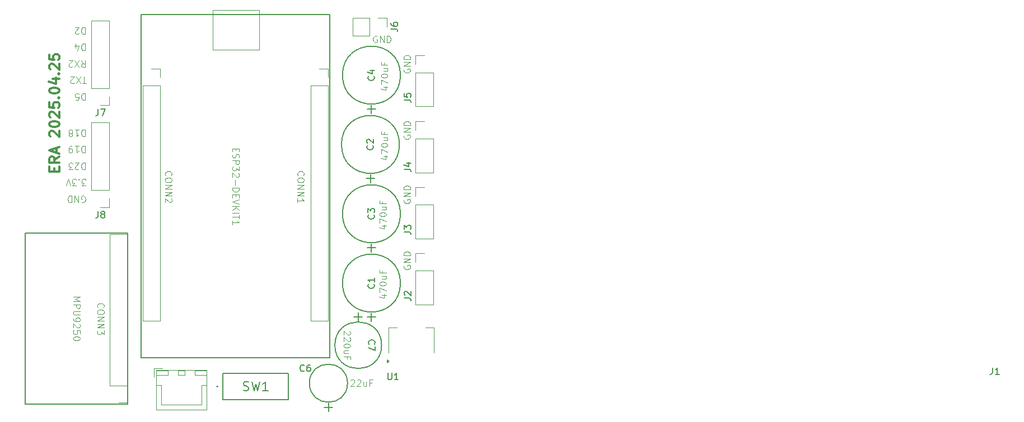
<source format=gto>
%TF.GenerationSoftware,KiCad,Pcbnew,9.0.0*%
%TF.CreationDate,2025-04-27T01:10:23+09:00*%
%TF.ProjectId,PCB,5043422e-6b69-4636-9164-5f7063625858,rev?*%
%TF.SameCoordinates,Original*%
%TF.FileFunction,Legend,Top*%
%TF.FilePolarity,Positive*%
%FSLAX46Y46*%
G04 Gerber Fmt 4.6, Leading zero omitted, Abs format (unit mm)*
G04 Created by KiCad (PCBNEW 9.0.0) date 2025-04-27 01:10:23*
%MOMM*%
%LPD*%
G01*
G04 APERTURE LIST*
%ADD10C,0.100000*%
%ADD11C,0.304800*%
%ADD12C,0.150000*%
%ADD13C,0.152400*%
%ADD14C,0.120000*%
%ADD15C,0.127000*%
%ADD16C,0.200000*%
G04 APERTURE END LIST*
D10*
X214000000Y-55000000D02*
X221000000Y-55000000D01*
X221000000Y-61000000D01*
X214000000Y-61000000D01*
X214000000Y-55000000D01*
X194172306Y-84079961D02*
X194267544Y-84127580D01*
X194267544Y-84127580D02*
X194410401Y-84127580D01*
X194410401Y-84127580D02*
X194553258Y-84079961D01*
X194553258Y-84079961D02*
X194648496Y-83984723D01*
X194648496Y-83984723D02*
X194696115Y-83889485D01*
X194696115Y-83889485D02*
X194743734Y-83699009D01*
X194743734Y-83699009D02*
X194743734Y-83556152D01*
X194743734Y-83556152D02*
X194696115Y-83365676D01*
X194696115Y-83365676D02*
X194648496Y-83270438D01*
X194648496Y-83270438D02*
X194553258Y-83175200D01*
X194553258Y-83175200D02*
X194410401Y-83127580D01*
X194410401Y-83127580D02*
X194315163Y-83127580D01*
X194315163Y-83127580D02*
X194172306Y-83175200D01*
X194172306Y-83175200D02*
X194124687Y-83222819D01*
X194124687Y-83222819D02*
X194124687Y-83556152D01*
X194124687Y-83556152D02*
X194315163Y-83556152D01*
X193696115Y-83127580D02*
X193696115Y-84127580D01*
X193696115Y-84127580D02*
X193124687Y-83127580D01*
X193124687Y-83127580D02*
X193124687Y-84127580D01*
X192648496Y-83127580D02*
X192648496Y-84127580D01*
X192648496Y-84127580D02*
X192410401Y-84127580D01*
X192410401Y-84127580D02*
X192267544Y-84079961D01*
X192267544Y-84079961D02*
X192172306Y-83984723D01*
X192172306Y-83984723D02*
X192124687Y-83889485D01*
X192124687Y-83889485D02*
X192077068Y-83699009D01*
X192077068Y-83699009D02*
X192077068Y-83556152D01*
X192077068Y-83556152D02*
X192124687Y-83365676D01*
X192124687Y-83365676D02*
X192172306Y-83270438D01*
X192172306Y-83270438D02*
X192267544Y-83175200D01*
X192267544Y-83175200D02*
X192410401Y-83127580D01*
X192410401Y-83127580D02*
X192648496Y-83127580D01*
X242920038Y-63922306D02*
X242872419Y-64017544D01*
X242872419Y-64017544D02*
X242872419Y-64160401D01*
X242872419Y-64160401D02*
X242920038Y-64303258D01*
X242920038Y-64303258D02*
X243015276Y-64398496D01*
X243015276Y-64398496D02*
X243110514Y-64446115D01*
X243110514Y-64446115D02*
X243300990Y-64493734D01*
X243300990Y-64493734D02*
X243443847Y-64493734D01*
X243443847Y-64493734D02*
X243634323Y-64446115D01*
X243634323Y-64446115D02*
X243729561Y-64398496D01*
X243729561Y-64398496D02*
X243824800Y-64303258D01*
X243824800Y-64303258D02*
X243872419Y-64160401D01*
X243872419Y-64160401D02*
X243872419Y-64065163D01*
X243872419Y-64065163D02*
X243824800Y-63922306D01*
X243824800Y-63922306D02*
X243777180Y-63874687D01*
X243777180Y-63874687D02*
X243443847Y-63874687D01*
X243443847Y-63874687D02*
X243443847Y-64065163D01*
X243872419Y-63446115D02*
X242872419Y-63446115D01*
X242872419Y-63446115D02*
X243872419Y-62874687D01*
X243872419Y-62874687D02*
X242872419Y-62874687D01*
X243872419Y-62398496D02*
X242872419Y-62398496D01*
X242872419Y-62398496D02*
X242872419Y-62160401D01*
X242872419Y-62160401D02*
X242920038Y-62017544D01*
X242920038Y-62017544D02*
X243015276Y-61922306D01*
X243015276Y-61922306D02*
X243110514Y-61874687D01*
X243110514Y-61874687D02*
X243300990Y-61827068D01*
X243300990Y-61827068D02*
X243443847Y-61827068D01*
X243443847Y-61827068D02*
X243634323Y-61874687D01*
X243634323Y-61874687D02*
X243729561Y-61922306D01*
X243729561Y-61922306D02*
X243824800Y-62017544D01*
X243824800Y-62017544D02*
X243872419Y-62160401D01*
X243872419Y-62160401D02*
X243872419Y-62398496D01*
X239540752Y-98142857D02*
X240207419Y-98142857D01*
X239159800Y-98380952D02*
X239874085Y-98619047D01*
X239874085Y-98619047D02*
X239874085Y-98000000D01*
X239207419Y-97714285D02*
X239207419Y-97047619D01*
X239207419Y-97047619D02*
X240207419Y-97476190D01*
X239207419Y-96476190D02*
X239207419Y-96380952D01*
X239207419Y-96380952D02*
X239255038Y-96285714D01*
X239255038Y-96285714D02*
X239302657Y-96238095D01*
X239302657Y-96238095D02*
X239397895Y-96190476D01*
X239397895Y-96190476D02*
X239588371Y-96142857D01*
X239588371Y-96142857D02*
X239826466Y-96142857D01*
X239826466Y-96142857D02*
X240016942Y-96190476D01*
X240016942Y-96190476D02*
X240112180Y-96238095D01*
X240112180Y-96238095D02*
X240159800Y-96285714D01*
X240159800Y-96285714D02*
X240207419Y-96380952D01*
X240207419Y-96380952D02*
X240207419Y-96476190D01*
X240207419Y-96476190D02*
X240159800Y-96571428D01*
X240159800Y-96571428D02*
X240112180Y-96619047D01*
X240112180Y-96619047D02*
X240016942Y-96666666D01*
X240016942Y-96666666D02*
X239826466Y-96714285D01*
X239826466Y-96714285D02*
X239588371Y-96714285D01*
X239588371Y-96714285D02*
X239397895Y-96666666D01*
X239397895Y-96666666D02*
X239302657Y-96619047D01*
X239302657Y-96619047D02*
X239255038Y-96571428D01*
X239255038Y-96571428D02*
X239207419Y-96476190D01*
X239540752Y-95285714D02*
X240207419Y-95285714D01*
X239540752Y-95714285D02*
X240064561Y-95714285D01*
X240064561Y-95714285D02*
X240159800Y-95666666D01*
X240159800Y-95666666D02*
X240207419Y-95571428D01*
X240207419Y-95571428D02*
X240207419Y-95428571D01*
X240207419Y-95428571D02*
X240159800Y-95333333D01*
X240159800Y-95333333D02*
X240112180Y-95285714D01*
X239683609Y-94476190D02*
X239683609Y-94809523D01*
X240207419Y-94809523D02*
X239207419Y-94809523D01*
X239207419Y-94809523D02*
X239207419Y-94333333D01*
X206887819Y-80011904D02*
X206840200Y-79964285D01*
X206840200Y-79964285D02*
X206792580Y-79821428D01*
X206792580Y-79821428D02*
X206792580Y-79726190D01*
X206792580Y-79726190D02*
X206840200Y-79583333D01*
X206840200Y-79583333D02*
X206935438Y-79488095D01*
X206935438Y-79488095D02*
X207030676Y-79440476D01*
X207030676Y-79440476D02*
X207221152Y-79392857D01*
X207221152Y-79392857D02*
X207364009Y-79392857D01*
X207364009Y-79392857D02*
X207554485Y-79440476D01*
X207554485Y-79440476D02*
X207649723Y-79488095D01*
X207649723Y-79488095D02*
X207744961Y-79583333D01*
X207744961Y-79583333D02*
X207792580Y-79726190D01*
X207792580Y-79726190D02*
X207792580Y-79821428D01*
X207792580Y-79821428D02*
X207744961Y-79964285D01*
X207744961Y-79964285D02*
X207697342Y-80011904D01*
X207792580Y-80630952D02*
X207792580Y-80821428D01*
X207792580Y-80821428D02*
X207744961Y-80916666D01*
X207744961Y-80916666D02*
X207649723Y-81011904D01*
X207649723Y-81011904D02*
X207459247Y-81059523D01*
X207459247Y-81059523D02*
X207125914Y-81059523D01*
X207125914Y-81059523D02*
X206935438Y-81011904D01*
X206935438Y-81011904D02*
X206840200Y-80916666D01*
X206840200Y-80916666D02*
X206792580Y-80821428D01*
X206792580Y-80821428D02*
X206792580Y-80630952D01*
X206792580Y-80630952D02*
X206840200Y-80535714D01*
X206840200Y-80535714D02*
X206935438Y-80440476D01*
X206935438Y-80440476D02*
X207125914Y-80392857D01*
X207125914Y-80392857D02*
X207459247Y-80392857D01*
X207459247Y-80392857D02*
X207649723Y-80440476D01*
X207649723Y-80440476D02*
X207744961Y-80535714D01*
X207744961Y-80535714D02*
X207792580Y-80630952D01*
X206792580Y-81488095D02*
X207792580Y-81488095D01*
X207792580Y-81488095D02*
X206792580Y-82059523D01*
X206792580Y-82059523D02*
X207792580Y-82059523D01*
X206792580Y-82535714D02*
X207792580Y-82535714D01*
X207792580Y-82535714D02*
X206792580Y-83107142D01*
X206792580Y-83107142D02*
X207792580Y-83107142D01*
X207697342Y-83535714D02*
X207744961Y-83583333D01*
X207744961Y-83583333D02*
X207792580Y-83678571D01*
X207792580Y-83678571D02*
X207792580Y-83916666D01*
X207792580Y-83916666D02*
X207744961Y-84011904D01*
X207744961Y-84011904D02*
X207697342Y-84059523D01*
X207697342Y-84059523D02*
X207602104Y-84107142D01*
X207602104Y-84107142D02*
X207506866Y-84107142D01*
X207506866Y-84107142D02*
X207364009Y-84059523D01*
X207364009Y-84059523D02*
X206792580Y-83488095D01*
X206792580Y-83488095D02*
X206792580Y-84107142D01*
D11*
X189999355Y-79436616D02*
X189999355Y-78928616D01*
X190797641Y-78710902D02*
X190797641Y-79436616D01*
X190797641Y-79436616D02*
X189273641Y-79436616D01*
X189273641Y-79436616D02*
X189273641Y-78710902D01*
X190797641Y-77186902D02*
X190071927Y-77694902D01*
X190797641Y-78057759D02*
X189273641Y-78057759D01*
X189273641Y-78057759D02*
X189273641Y-77477188D01*
X189273641Y-77477188D02*
X189346212Y-77332045D01*
X189346212Y-77332045D02*
X189418784Y-77259474D01*
X189418784Y-77259474D02*
X189563927Y-77186902D01*
X189563927Y-77186902D02*
X189781641Y-77186902D01*
X189781641Y-77186902D02*
X189926784Y-77259474D01*
X189926784Y-77259474D02*
X189999355Y-77332045D01*
X189999355Y-77332045D02*
X190071927Y-77477188D01*
X190071927Y-77477188D02*
X190071927Y-78057759D01*
X190362212Y-76606331D02*
X190362212Y-75880617D01*
X190797641Y-76751474D02*
X189273641Y-76243474D01*
X189273641Y-76243474D02*
X190797641Y-75735474D01*
X189418784Y-74138902D02*
X189346212Y-74066330D01*
X189346212Y-74066330D02*
X189273641Y-73921188D01*
X189273641Y-73921188D02*
X189273641Y-73558330D01*
X189273641Y-73558330D02*
X189346212Y-73413188D01*
X189346212Y-73413188D02*
X189418784Y-73340616D01*
X189418784Y-73340616D02*
X189563927Y-73268045D01*
X189563927Y-73268045D02*
X189709070Y-73268045D01*
X189709070Y-73268045D02*
X189926784Y-73340616D01*
X189926784Y-73340616D02*
X190797641Y-74211473D01*
X190797641Y-74211473D02*
X190797641Y-73268045D01*
X189273641Y-72324616D02*
X189273641Y-72179473D01*
X189273641Y-72179473D02*
X189346212Y-72034330D01*
X189346212Y-72034330D02*
X189418784Y-71961759D01*
X189418784Y-71961759D02*
X189563927Y-71889187D01*
X189563927Y-71889187D02*
X189854212Y-71816616D01*
X189854212Y-71816616D02*
X190217070Y-71816616D01*
X190217070Y-71816616D02*
X190507355Y-71889187D01*
X190507355Y-71889187D02*
X190652498Y-71961759D01*
X190652498Y-71961759D02*
X190725070Y-72034330D01*
X190725070Y-72034330D02*
X190797641Y-72179473D01*
X190797641Y-72179473D02*
X190797641Y-72324616D01*
X190797641Y-72324616D02*
X190725070Y-72469759D01*
X190725070Y-72469759D02*
X190652498Y-72542330D01*
X190652498Y-72542330D02*
X190507355Y-72614901D01*
X190507355Y-72614901D02*
X190217070Y-72687473D01*
X190217070Y-72687473D02*
X189854212Y-72687473D01*
X189854212Y-72687473D02*
X189563927Y-72614901D01*
X189563927Y-72614901D02*
X189418784Y-72542330D01*
X189418784Y-72542330D02*
X189346212Y-72469759D01*
X189346212Y-72469759D02*
X189273641Y-72324616D01*
X189418784Y-71236044D02*
X189346212Y-71163472D01*
X189346212Y-71163472D02*
X189273641Y-71018330D01*
X189273641Y-71018330D02*
X189273641Y-70655472D01*
X189273641Y-70655472D02*
X189346212Y-70510330D01*
X189346212Y-70510330D02*
X189418784Y-70437758D01*
X189418784Y-70437758D02*
X189563927Y-70365187D01*
X189563927Y-70365187D02*
X189709070Y-70365187D01*
X189709070Y-70365187D02*
X189926784Y-70437758D01*
X189926784Y-70437758D02*
X190797641Y-71308615D01*
X190797641Y-71308615D02*
X190797641Y-70365187D01*
X189273641Y-68986329D02*
X189273641Y-69712043D01*
X189273641Y-69712043D02*
X189999355Y-69784615D01*
X189999355Y-69784615D02*
X189926784Y-69712043D01*
X189926784Y-69712043D02*
X189854212Y-69566901D01*
X189854212Y-69566901D02*
X189854212Y-69204043D01*
X189854212Y-69204043D02*
X189926784Y-69058901D01*
X189926784Y-69058901D02*
X189999355Y-68986329D01*
X189999355Y-68986329D02*
X190144498Y-68913758D01*
X190144498Y-68913758D02*
X190507355Y-68913758D01*
X190507355Y-68913758D02*
X190652498Y-68986329D01*
X190652498Y-68986329D02*
X190725070Y-69058901D01*
X190725070Y-69058901D02*
X190797641Y-69204043D01*
X190797641Y-69204043D02*
X190797641Y-69566901D01*
X190797641Y-69566901D02*
X190725070Y-69712043D01*
X190725070Y-69712043D02*
X190652498Y-69784615D01*
X190652498Y-68260614D02*
X190725070Y-68188043D01*
X190725070Y-68188043D02*
X190797641Y-68260614D01*
X190797641Y-68260614D02*
X190725070Y-68333186D01*
X190725070Y-68333186D02*
X190652498Y-68260614D01*
X190652498Y-68260614D02*
X190797641Y-68260614D01*
X189273641Y-67244615D02*
X189273641Y-67099472D01*
X189273641Y-67099472D02*
X189346212Y-66954329D01*
X189346212Y-66954329D02*
X189418784Y-66881758D01*
X189418784Y-66881758D02*
X189563927Y-66809186D01*
X189563927Y-66809186D02*
X189854212Y-66736615D01*
X189854212Y-66736615D02*
X190217070Y-66736615D01*
X190217070Y-66736615D02*
X190507355Y-66809186D01*
X190507355Y-66809186D02*
X190652498Y-66881758D01*
X190652498Y-66881758D02*
X190725070Y-66954329D01*
X190725070Y-66954329D02*
X190797641Y-67099472D01*
X190797641Y-67099472D02*
X190797641Y-67244615D01*
X190797641Y-67244615D02*
X190725070Y-67389758D01*
X190725070Y-67389758D02*
X190652498Y-67462329D01*
X190652498Y-67462329D02*
X190507355Y-67534900D01*
X190507355Y-67534900D02*
X190217070Y-67607472D01*
X190217070Y-67607472D02*
X189854212Y-67607472D01*
X189854212Y-67607472D02*
X189563927Y-67534900D01*
X189563927Y-67534900D02*
X189418784Y-67462329D01*
X189418784Y-67462329D02*
X189346212Y-67389758D01*
X189346212Y-67389758D02*
X189273641Y-67244615D01*
X189781641Y-65430329D02*
X190797641Y-65430329D01*
X189201070Y-65793186D02*
X190289641Y-66156043D01*
X190289641Y-66156043D02*
X190289641Y-65212614D01*
X190652498Y-64632042D02*
X190725070Y-64559471D01*
X190725070Y-64559471D02*
X190797641Y-64632042D01*
X190797641Y-64632042D02*
X190725070Y-64704614D01*
X190725070Y-64704614D02*
X190652498Y-64632042D01*
X190652498Y-64632042D02*
X190797641Y-64632042D01*
X189418784Y-63978900D02*
X189346212Y-63906328D01*
X189346212Y-63906328D02*
X189273641Y-63761186D01*
X189273641Y-63761186D02*
X189273641Y-63398328D01*
X189273641Y-63398328D02*
X189346212Y-63253186D01*
X189346212Y-63253186D02*
X189418784Y-63180614D01*
X189418784Y-63180614D02*
X189563927Y-63108043D01*
X189563927Y-63108043D02*
X189709070Y-63108043D01*
X189709070Y-63108043D02*
X189926784Y-63180614D01*
X189926784Y-63180614D02*
X190797641Y-64051471D01*
X190797641Y-64051471D02*
X190797641Y-63108043D01*
X189273641Y-61729185D02*
X189273641Y-62454899D01*
X189273641Y-62454899D02*
X189999355Y-62527471D01*
X189999355Y-62527471D02*
X189926784Y-62454899D01*
X189926784Y-62454899D02*
X189854212Y-62309757D01*
X189854212Y-62309757D02*
X189854212Y-61946899D01*
X189854212Y-61946899D02*
X189926784Y-61801757D01*
X189926784Y-61801757D02*
X189999355Y-61729185D01*
X189999355Y-61729185D02*
X190144498Y-61656614D01*
X190144498Y-61656614D02*
X190507355Y-61656614D01*
X190507355Y-61656614D02*
X190652498Y-61729185D01*
X190652498Y-61729185D02*
X190725070Y-61801757D01*
X190725070Y-61801757D02*
X190797641Y-61946899D01*
X190797641Y-61946899D02*
X190797641Y-62309757D01*
X190797641Y-62309757D02*
X190725070Y-62454899D01*
X190725070Y-62454899D02*
X190652498Y-62527471D01*
D10*
X226887819Y-80011904D02*
X226840200Y-79964285D01*
X226840200Y-79964285D02*
X226792580Y-79821428D01*
X226792580Y-79821428D02*
X226792580Y-79726190D01*
X226792580Y-79726190D02*
X226840200Y-79583333D01*
X226840200Y-79583333D02*
X226935438Y-79488095D01*
X226935438Y-79488095D02*
X227030676Y-79440476D01*
X227030676Y-79440476D02*
X227221152Y-79392857D01*
X227221152Y-79392857D02*
X227364009Y-79392857D01*
X227364009Y-79392857D02*
X227554485Y-79440476D01*
X227554485Y-79440476D02*
X227649723Y-79488095D01*
X227649723Y-79488095D02*
X227744961Y-79583333D01*
X227744961Y-79583333D02*
X227792580Y-79726190D01*
X227792580Y-79726190D02*
X227792580Y-79821428D01*
X227792580Y-79821428D02*
X227744961Y-79964285D01*
X227744961Y-79964285D02*
X227697342Y-80011904D01*
X227792580Y-80630952D02*
X227792580Y-80821428D01*
X227792580Y-80821428D02*
X227744961Y-80916666D01*
X227744961Y-80916666D02*
X227649723Y-81011904D01*
X227649723Y-81011904D02*
X227459247Y-81059523D01*
X227459247Y-81059523D02*
X227125914Y-81059523D01*
X227125914Y-81059523D02*
X226935438Y-81011904D01*
X226935438Y-81011904D02*
X226840200Y-80916666D01*
X226840200Y-80916666D02*
X226792580Y-80821428D01*
X226792580Y-80821428D02*
X226792580Y-80630952D01*
X226792580Y-80630952D02*
X226840200Y-80535714D01*
X226840200Y-80535714D02*
X226935438Y-80440476D01*
X226935438Y-80440476D02*
X227125914Y-80392857D01*
X227125914Y-80392857D02*
X227459247Y-80392857D01*
X227459247Y-80392857D02*
X227649723Y-80440476D01*
X227649723Y-80440476D02*
X227744961Y-80535714D01*
X227744961Y-80535714D02*
X227792580Y-80630952D01*
X226792580Y-81488095D02*
X227792580Y-81488095D01*
X227792580Y-81488095D02*
X226792580Y-82059523D01*
X226792580Y-82059523D02*
X227792580Y-82059523D01*
X226792580Y-82535714D02*
X227792580Y-82535714D01*
X227792580Y-82535714D02*
X226792580Y-83107142D01*
X226792580Y-83107142D02*
X227792580Y-83107142D01*
X226792580Y-84107142D02*
X226792580Y-83535714D01*
X226792580Y-83821428D02*
X227792580Y-83821428D01*
X227792580Y-83821428D02*
X227649723Y-83726190D01*
X227649723Y-83726190D02*
X227554485Y-83630952D01*
X227554485Y-83630952D02*
X227506866Y-83535714D01*
X194696115Y-60087580D02*
X194696115Y-61087580D01*
X194696115Y-61087580D02*
X194458020Y-61087580D01*
X194458020Y-61087580D02*
X194315163Y-61039961D01*
X194315163Y-61039961D02*
X194219925Y-60944723D01*
X194219925Y-60944723D02*
X194172306Y-60849485D01*
X194172306Y-60849485D02*
X194124687Y-60659009D01*
X194124687Y-60659009D02*
X194124687Y-60516152D01*
X194124687Y-60516152D02*
X194172306Y-60325676D01*
X194172306Y-60325676D02*
X194219925Y-60230438D01*
X194219925Y-60230438D02*
X194315163Y-60135200D01*
X194315163Y-60135200D02*
X194458020Y-60087580D01*
X194458020Y-60087580D02*
X194696115Y-60087580D01*
X193267544Y-60754247D02*
X193267544Y-60087580D01*
X193505639Y-61135200D02*
X193743734Y-60420914D01*
X193743734Y-60420914D02*
X193124687Y-60420914D01*
X242920038Y-73922306D02*
X242872419Y-74017544D01*
X242872419Y-74017544D02*
X242872419Y-74160401D01*
X242872419Y-74160401D02*
X242920038Y-74303258D01*
X242920038Y-74303258D02*
X243015276Y-74398496D01*
X243015276Y-74398496D02*
X243110514Y-74446115D01*
X243110514Y-74446115D02*
X243300990Y-74493734D01*
X243300990Y-74493734D02*
X243443847Y-74493734D01*
X243443847Y-74493734D02*
X243634323Y-74446115D01*
X243634323Y-74446115D02*
X243729561Y-74398496D01*
X243729561Y-74398496D02*
X243824800Y-74303258D01*
X243824800Y-74303258D02*
X243872419Y-74160401D01*
X243872419Y-74160401D02*
X243872419Y-74065163D01*
X243872419Y-74065163D02*
X243824800Y-73922306D01*
X243824800Y-73922306D02*
X243777180Y-73874687D01*
X243777180Y-73874687D02*
X243443847Y-73874687D01*
X243443847Y-73874687D02*
X243443847Y-74065163D01*
X243872419Y-73446115D02*
X242872419Y-73446115D01*
X242872419Y-73446115D02*
X243872419Y-72874687D01*
X243872419Y-72874687D02*
X242872419Y-72874687D01*
X243872419Y-72398496D02*
X242872419Y-72398496D01*
X242872419Y-72398496D02*
X242872419Y-72160401D01*
X242872419Y-72160401D02*
X242920038Y-72017544D01*
X242920038Y-72017544D02*
X243015276Y-71922306D01*
X243015276Y-71922306D02*
X243110514Y-71874687D01*
X243110514Y-71874687D02*
X243300990Y-71827068D01*
X243300990Y-71827068D02*
X243443847Y-71827068D01*
X243443847Y-71827068D02*
X243634323Y-71874687D01*
X243634323Y-71874687D02*
X243729561Y-71922306D01*
X243729561Y-71922306D02*
X243824800Y-72017544D01*
X243824800Y-72017544D02*
X243872419Y-72160401D01*
X243872419Y-72160401D02*
X243872419Y-72398496D01*
X194696115Y-57587580D02*
X194696115Y-58587580D01*
X194696115Y-58587580D02*
X194458020Y-58587580D01*
X194458020Y-58587580D02*
X194315163Y-58539961D01*
X194315163Y-58539961D02*
X194219925Y-58444723D01*
X194219925Y-58444723D02*
X194172306Y-58349485D01*
X194172306Y-58349485D02*
X194124687Y-58159009D01*
X194124687Y-58159009D02*
X194124687Y-58016152D01*
X194124687Y-58016152D02*
X194172306Y-57825676D01*
X194172306Y-57825676D02*
X194219925Y-57730438D01*
X194219925Y-57730438D02*
X194315163Y-57635200D01*
X194315163Y-57635200D02*
X194458020Y-57587580D01*
X194458020Y-57587580D02*
X194696115Y-57587580D01*
X193743734Y-58492342D02*
X193696115Y-58539961D01*
X193696115Y-58539961D02*
X193600877Y-58587580D01*
X193600877Y-58587580D02*
X193362782Y-58587580D01*
X193362782Y-58587580D02*
X193267544Y-58539961D01*
X193267544Y-58539961D02*
X193219925Y-58492342D01*
X193219925Y-58492342D02*
X193172306Y-58397104D01*
X193172306Y-58397104D02*
X193172306Y-58301866D01*
X193172306Y-58301866D02*
X193219925Y-58159009D01*
X193219925Y-58159009D02*
X193791353Y-57587580D01*
X193791353Y-57587580D02*
X193172306Y-57587580D01*
X238827693Y-58920038D02*
X238732455Y-58872419D01*
X238732455Y-58872419D02*
X238589598Y-58872419D01*
X238589598Y-58872419D02*
X238446741Y-58920038D01*
X238446741Y-58920038D02*
X238351503Y-59015276D01*
X238351503Y-59015276D02*
X238303884Y-59110514D01*
X238303884Y-59110514D02*
X238256265Y-59300990D01*
X238256265Y-59300990D02*
X238256265Y-59443847D01*
X238256265Y-59443847D02*
X238303884Y-59634323D01*
X238303884Y-59634323D02*
X238351503Y-59729561D01*
X238351503Y-59729561D02*
X238446741Y-59824800D01*
X238446741Y-59824800D02*
X238589598Y-59872419D01*
X238589598Y-59872419D02*
X238684836Y-59872419D01*
X238684836Y-59872419D02*
X238827693Y-59824800D01*
X238827693Y-59824800D02*
X238875312Y-59777180D01*
X238875312Y-59777180D02*
X238875312Y-59443847D01*
X238875312Y-59443847D02*
X238684836Y-59443847D01*
X239303884Y-59872419D02*
X239303884Y-58872419D01*
X239303884Y-58872419D02*
X239875312Y-59872419D01*
X239875312Y-59872419D02*
X239875312Y-58872419D01*
X240351503Y-59872419D02*
X240351503Y-58872419D01*
X240351503Y-58872419D02*
X240589598Y-58872419D01*
X240589598Y-58872419D02*
X240732455Y-58920038D01*
X240732455Y-58920038D02*
X240827693Y-59015276D01*
X240827693Y-59015276D02*
X240875312Y-59110514D01*
X240875312Y-59110514D02*
X240922931Y-59300990D01*
X240922931Y-59300990D02*
X240922931Y-59443847D01*
X240922931Y-59443847D02*
X240875312Y-59634323D01*
X240875312Y-59634323D02*
X240827693Y-59729561D01*
X240827693Y-59729561D02*
X240732455Y-59824800D01*
X240732455Y-59824800D02*
X240589598Y-59872419D01*
X240589598Y-59872419D02*
X240351503Y-59872419D01*
X234697342Y-103630952D02*
X234744961Y-103678571D01*
X234744961Y-103678571D02*
X234792580Y-103773809D01*
X234792580Y-103773809D02*
X234792580Y-104011904D01*
X234792580Y-104011904D02*
X234744961Y-104107142D01*
X234744961Y-104107142D02*
X234697342Y-104154761D01*
X234697342Y-104154761D02*
X234602104Y-104202380D01*
X234602104Y-104202380D02*
X234506866Y-104202380D01*
X234506866Y-104202380D02*
X234364009Y-104154761D01*
X234364009Y-104154761D02*
X233792580Y-103583333D01*
X233792580Y-103583333D02*
X233792580Y-104202380D01*
X234697342Y-104583333D02*
X234744961Y-104630952D01*
X234744961Y-104630952D02*
X234792580Y-104726190D01*
X234792580Y-104726190D02*
X234792580Y-104964285D01*
X234792580Y-104964285D02*
X234744961Y-105059523D01*
X234744961Y-105059523D02*
X234697342Y-105107142D01*
X234697342Y-105107142D02*
X234602104Y-105154761D01*
X234602104Y-105154761D02*
X234506866Y-105154761D01*
X234506866Y-105154761D02*
X234364009Y-105107142D01*
X234364009Y-105107142D02*
X233792580Y-104535714D01*
X233792580Y-104535714D02*
X233792580Y-105154761D01*
X234792580Y-105773809D02*
X234792580Y-105869047D01*
X234792580Y-105869047D02*
X234744961Y-105964285D01*
X234744961Y-105964285D02*
X234697342Y-106011904D01*
X234697342Y-106011904D02*
X234602104Y-106059523D01*
X234602104Y-106059523D02*
X234411628Y-106107142D01*
X234411628Y-106107142D02*
X234173533Y-106107142D01*
X234173533Y-106107142D02*
X233983057Y-106059523D01*
X233983057Y-106059523D02*
X233887819Y-106011904D01*
X233887819Y-106011904D02*
X233840200Y-105964285D01*
X233840200Y-105964285D02*
X233792580Y-105869047D01*
X233792580Y-105869047D02*
X233792580Y-105773809D01*
X233792580Y-105773809D02*
X233840200Y-105678571D01*
X233840200Y-105678571D02*
X233887819Y-105630952D01*
X233887819Y-105630952D02*
X233983057Y-105583333D01*
X233983057Y-105583333D02*
X234173533Y-105535714D01*
X234173533Y-105535714D02*
X234411628Y-105535714D01*
X234411628Y-105535714D02*
X234602104Y-105583333D01*
X234602104Y-105583333D02*
X234697342Y-105630952D01*
X234697342Y-105630952D02*
X234744961Y-105678571D01*
X234744961Y-105678571D02*
X234792580Y-105773809D01*
X234459247Y-106964285D02*
X233792580Y-106964285D01*
X234459247Y-106535714D02*
X233935438Y-106535714D01*
X233935438Y-106535714D02*
X233840200Y-106583333D01*
X233840200Y-106583333D02*
X233792580Y-106678571D01*
X233792580Y-106678571D02*
X233792580Y-106821428D01*
X233792580Y-106821428D02*
X233840200Y-106916666D01*
X233840200Y-106916666D02*
X233887819Y-106964285D01*
X234316390Y-107773809D02*
X234316390Y-107440476D01*
X233792580Y-107440476D02*
X234792580Y-107440476D01*
X234792580Y-107440476D02*
X234792580Y-107916666D01*
X242920038Y-83672306D02*
X242872419Y-83767544D01*
X242872419Y-83767544D02*
X242872419Y-83910401D01*
X242872419Y-83910401D02*
X242920038Y-84053258D01*
X242920038Y-84053258D02*
X243015276Y-84148496D01*
X243015276Y-84148496D02*
X243110514Y-84196115D01*
X243110514Y-84196115D02*
X243300990Y-84243734D01*
X243300990Y-84243734D02*
X243443847Y-84243734D01*
X243443847Y-84243734D02*
X243634323Y-84196115D01*
X243634323Y-84196115D02*
X243729561Y-84148496D01*
X243729561Y-84148496D02*
X243824800Y-84053258D01*
X243824800Y-84053258D02*
X243872419Y-83910401D01*
X243872419Y-83910401D02*
X243872419Y-83815163D01*
X243872419Y-83815163D02*
X243824800Y-83672306D01*
X243824800Y-83672306D02*
X243777180Y-83624687D01*
X243777180Y-83624687D02*
X243443847Y-83624687D01*
X243443847Y-83624687D02*
X243443847Y-83815163D01*
X243872419Y-83196115D02*
X242872419Y-83196115D01*
X242872419Y-83196115D02*
X243872419Y-82624687D01*
X243872419Y-82624687D02*
X242872419Y-82624687D01*
X243872419Y-82148496D02*
X242872419Y-82148496D01*
X242872419Y-82148496D02*
X242872419Y-81910401D01*
X242872419Y-81910401D02*
X242920038Y-81767544D01*
X242920038Y-81767544D02*
X243015276Y-81672306D01*
X243015276Y-81672306D02*
X243110514Y-81624687D01*
X243110514Y-81624687D02*
X243300990Y-81577068D01*
X243300990Y-81577068D02*
X243443847Y-81577068D01*
X243443847Y-81577068D02*
X243634323Y-81624687D01*
X243634323Y-81624687D02*
X243729561Y-81672306D01*
X243729561Y-81672306D02*
X243824800Y-81767544D01*
X243824800Y-81767544D02*
X243872419Y-81910401D01*
X243872419Y-81910401D02*
X243872419Y-82148496D01*
X194696115Y-75587580D02*
X194696115Y-76587580D01*
X194696115Y-76587580D02*
X194458020Y-76587580D01*
X194458020Y-76587580D02*
X194315163Y-76539961D01*
X194315163Y-76539961D02*
X194219925Y-76444723D01*
X194219925Y-76444723D02*
X194172306Y-76349485D01*
X194172306Y-76349485D02*
X194124687Y-76159009D01*
X194124687Y-76159009D02*
X194124687Y-76016152D01*
X194124687Y-76016152D02*
X194172306Y-75825676D01*
X194172306Y-75825676D02*
X194219925Y-75730438D01*
X194219925Y-75730438D02*
X194315163Y-75635200D01*
X194315163Y-75635200D02*
X194458020Y-75587580D01*
X194458020Y-75587580D02*
X194696115Y-75587580D01*
X193172306Y-75587580D02*
X193743734Y-75587580D01*
X193458020Y-75587580D02*
X193458020Y-76587580D01*
X193458020Y-76587580D02*
X193553258Y-76444723D01*
X193553258Y-76444723D02*
X193648496Y-76349485D01*
X193648496Y-76349485D02*
X193743734Y-76301866D01*
X192696115Y-75587580D02*
X192505639Y-75587580D01*
X192505639Y-75587580D02*
X192410401Y-75635200D01*
X192410401Y-75635200D02*
X192362782Y-75682819D01*
X192362782Y-75682819D02*
X192267544Y-75825676D01*
X192267544Y-75825676D02*
X192219925Y-76016152D01*
X192219925Y-76016152D02*
X192219925Y-76397104D01*
X192219925Y-76397104D02*
X192267544Y-76492342D01*
X192267544Y-76492342D02*
X192315163Y-76539961D01*
X192315163Y-76539961D02*
X192410401Y-76587580D01*
X192410401Y-76587580D02*
X192600877Y-76587580D01*
X192600877Y-76587580D02*
X192696115Y-76539961D01*
X192696115Y-76539961D02*
X192743734Y-76492342D01*
X192743734Y-76492342D02*
X192791353Y-76397104D01*
X192791353Y-76397104D02*
X192791353Y-76159009D01*
X192791353Y-76159009D02*
X192743734Y-76063771D01*
X192743734Y-76063771D02*
X192696115Y-76016152D01*
X192696115Y-76016152D02*
X192600877Y-75968533D01*
X192600877Y-75968533D02*
X192410401Y-75968533D01*
X192410401Y-75968533D02*
X192315163Y-76016152D01*
X192315163Y-76016152D02*
X192267544Y-76063771D01*
X192267544Y-76063771D02*
X192219925Y-76159009D01*
X196637819Y-100011904D02*
X196590200Y-99964285D01*
X196590200Y-99964285D02*
X196542580Y-99821428D01*
X196542580Y-99821428D02*
X196542580Y-99726190D01*
X196542580Y-99726190D02*
X196590200Y-99583333D01*
X196590200Y-99583333D02*
X196685438Y-99488095D01*
X196685438Y-99488095D02*
X196780676Y-99440476D01*
X196780676Y-99440476D02*
X196971152Y-99392857D01*
X196971152Y-99392857D02*
X197114009Y-99392857D01*
X197114009Y-99392857D02*
X197304485Y-99440476D01*
X197304485Y-99440476D02*
X197399723Y-99488095D01*
X197399723Y-99488095D02*
X197494961Y-99583333D01*
X197494961Y-99583333D02*
X197542580Y-99726190D01*
X197542580Y-99726190D02*
X197542580Y-99821428D01*
X197542580Y-99821428D02*
X197494961Y-99964285D01*
X197494961Y-99964285D02*
X197447342Y-100011904D01*
X197542580Y-100630952D02*
X197542580Y-100821428D01*
X197542580Y-100821428D02*
X197494961Y-100916666D01*
X197494961Y-100916666D02*
X197399723Y-101011904D01*
X197399723Y-101011904D02*
X197209247Y-101059523D01*
X197209247Y-101059523D02*
X196875914Y-101059523D01*
X196875914Y-101059523D02*
X196685438Y-101011904D01*
X196685438Y-101011904D02*
X196590200Y-100916666D01*
X196590200Y-100916666D02*
X196542580Y-100821428D01*
X196542580Y-100821428D02*
X196542580Y-100630952D01*
X196542580Y-100630952D02*
X196590200Y-100535714D01*
X196590200Y-100535714D02*
X196685438Y-100440476D01*
X196685438Y-100440476D02*
X196875914Y-100392857D01*
X196875914Y-100392857D02*
X197209247Y-100392857D01*
X197209247Y-100392857D02*
X197399723Y-100440476D01*
X197399723Y-100440476D02*
X197494961Y-100535714D01*
X197494961Y-100535714D02*
X197542580Y-100630952D01*
X196542580Y-101488095D02*
X197542580Y-101488095D01*
X197542580Y-101488095D02*
X196542580Y-102059523D01*
X196542580Y-102059523D02*
X197542580Y-102059523D01*
X196542580Y-102535714D02*
X197542580Y-102535714D01*
X197542580Y-102535714D02*
X196542580Y-103107142D01*
X196542580Y-103107142D02*
X197542580Y-103107142D01*
X197542580Y-103488095D02*
X197542580Y-104107142D01*
X197542580Y-104107142D02*
X197161628Y-103773809D01*
X197161628Y-103773809D02*
X197161628Y-103916666D01*
X197161628Y-103916666D02*
X197114009Y-104011904D01*
X197114009Y-104011904D02*
X197066390Y-104059523D01*
X197066390Y-104059523D02*
X196971152Y-104107142D01*
X196971152Y-104107142D02*
X196733057Y-104107142D01*
X196733057Y-104107142D02*
X196637819Y-104059523D01*
X196637819Y-104059523D02*
X196590200Y-104011904D01*
X196590200Y-104011904D02*
X196542580Y-103916666D01*
X196542580Y-103916666D02*
X196542580Y-103630952D01*
X196542580Y-103630952D02*
X196590200Y-103535714D01*
X196590200Y-103535714D02*
X196637819Y-103488095D01*
X194124687Y-62587580D02*
X194458020Y-63063771D01*
X194696115Y-62587580D02*
X194696115Y-63587580D01*
X194696115Y-63587580D02*
X194315163Y-63587580D01*
X194315163Y-63587580D02*
X194219925Y-63539961D01*
X194219925Y-63539961D02*
X194172306Y-63492342D01*
X194172306Y-63492342D02*
X194124687Y-63397104D01*
X194124687Y-63397104D02*
X194124687Y-63254247D01*
X194124687Y-63254247D02*
X194172306Y-63159009D01*
X194172306Y-63159009D02*
X194219925Y-63111390D01*
X194219925Y-63111390D02*
X194315163Y-63063771D01*
X194315163Y-63063771D02*
X194696115Y-63063771D01*
X193791353Y-63587580D02*
X193124687Y-62587580D01*
X193124687Y-63587580D02*
X193791353Y-62587580D01*
X192791353Y-63492342D02*
X192743734Y-63539961D01*
X192743734Y-63539961D02*
X192648496Y-63587580D01*
X192648496Y-63587580D02*
X192410401Y-63587580D01*
X192410401Y-63587580D02*
X192315163Y-63539961D01*
X192315163Y-63539961D02*
X192267544Y-63492342D01*
X192267544Y-63492342D02*
X192219925Y-63397104D01*
X192219925Y-63397104D02*
X192219925Y-63301866D01*
X192219925Y-63301866D02*
X192267544Y-63159009D01*
X192267544Y-63159009D02*
X192838972Y-62587580D01*
X192838972Y-62587580D02*
X192219925Y-62587580D01*
X242920038Y-93672306D02*
X242872419Y-93767544D01*
X242872419Y-93767544D02*
X242872419Y-93910401D01*
X242872419Y-93910401D02*
X242920038Y-94053258D01*
X242920038Y-94053258D02*
X243015276Y-94148496D01*
X243015276Y-94148496D02*
X243110514Y-94196115D01*
X243110514Y-94196115D02*
X243300990Y-94243734D01*
X243300990Y-94243734D02*
X243443847Y-94243734D01*
X243443847Y-94243734D02*
X243634323Y-94196115D01*
X243634323Y-94196115D02*
X243729561Y-94148496D01*
X243729561Y-94148496D02*
X243824800Y-94053258D01*
X243824800Y-94053258D02*
X243872419Y-93910401D01*
X243872419Y-93910401D02*
X243872419Y-93815163D01*
X243872419Y-93815163D02*
X243824800Y-93672306D01*
X243824800Y-93672306D02*
X243777180Y-93624687D01*
X243777180Y-93624687D02*
X243443847Y-93624687D01*
X243443847Y-93624687D02*
X243443847Y-93815163D01*
X243872419Y-93196115D02*
X242872419Y-93196115D01*
X242872419Y-93196115D02*
X243872419Y-92624687D01*
X243872419Y-92624687D02*
X242872419Y-92624687D01*
X243872419Y-92148496D02*
X242872419Y-92148496D01*
X242872419Y-92148496D02*
X242872419Y-91910401D01*
X242872419Y-91910401D02*
X242920038Y-91767544D01*
X242920038Y-91767544D02*
X243015276Y-91672306D01*
X243015276Y-91672306D02*
X243110514Y-91624687D01*
X243110514Y-91624687D02*
X243300990Y-91577068D01*
X243300990Y-91577068D02*
X243443847Y-91577068D01*
X243443847Y-91577068D02*
X243634323Y-91624687D01*
X243634323Y-91624687D02*
X243729561Y-91672306D01*
X243729561Y-91672306D02*
X243824800Y-91767544D01*
X243824800Y-91767544D02*
X243872419Y-91910401D01*
X243872419Y-91910401D02*
X243872419Y-92148496D01*
X194696115Y-67587580D02*
X194696115Y-68587580D01*
X194696115Y-68587580D02*
X194458020Y-68587580D01*
X194458020Y-68587580D02*
X194315163Y-68539961D01*
X194315163Y-68539961D02*
X194219925Y-68444723D01*
X194219925Y-68444723D02*
X194172306Y-68349485D01*
X194172306Y-68349485D02*
X194124687Y-68159009D01*
X194124687Y-68159009D02*
X194124687Y-68016152D01*
X194124687Y-68016152D02*
X194172306Y-67825676D01*
X194172306Y-67825676D02*
X194219925Y-67730438D01*
X194219925Y-67730438D02*
X194315163Y-67635200D01*
X194315163Y-67635200D02*
X194458020Y-67587580D01*
X194458020Y-67587580D02*
X194696115Y-67587580D01*
X193219925Y-68587580D02*
X193696115Y-68587580D01*
X193696115Y-68587580D02*
X193743734Y-68111390D01*
X193743734Y-68111390D02*
X193696115Y-68159009D01*
X193696115Y-68159009D02*
X193600877Y-68206628D01*
X193600877Y-68206628D02*
X193362782Y-68206628D01*
X193362782Y-68206628D02*
X193267544Y-68159009D01*
X193267544Y-68159009D02*
X193219925Y-68111390D01*
X193219925Y-68111390D02*
X193172306Y-68016152D01*
X193172306Y-68016152D02*
X193172306Y-67778057D01*
X193172306Y-67778057D02*
X193219925Y-67682819D01*
X193219925Y-67682819D02*
X193267544Y-67635200D01*
X193267544Y-67635200D02*
X193362782Y-67587580D01*
X193362782Y-67587580D02*
X193600877Y-67587580D01*
X193600877Y-67587580D02*
X193696115Y-67635200D01*
X193696115Y-67635200D02*
X193743734Y-67682819D01*
X234857143Y-111052657D02*
X234904762Y-111005038D01*
X234904762Y-111005038D02*
X235000000Y-110957419D01*
X235000000Y-110957419D02*
X235238095Y-110957419D01*
X235238095Y-110957419D02*
X235333333Y-111005038D01*
X235333333Y-111005038D02*
X235380952Y-111052657D01*
X235380952Y-111052657D02*
X235428571Y-111147895D01*
X235428571Y-111147895D02*
X235428571Y-111243133D01*
X235428571Y-111243133D02*
X235380952Y-111385990D01*
X235380952Y-111385990D02*
X234809524Y-111957419D01*
X234809524Y-111957419D02*
X235428571Y-111957419D01*
X235809524Y-111052657D02*
X235857143Y-111005038D01*
X235857143Y-111005038D02*
X235952381Y-110957419D01*
X235952381Y-110957419D02*
X236190476Y-110957419D01*
X236190476Y-110957419D02*
X236285714Y-111005038D01*
X236285714Y-111005038D02*
X236333333Y-111052657D01*
X236333333Y-111052657D02*
X236380952Y-111147895D01*
X236380952Y-111147895D02*
X236380952Y-111243133D01*
X236380952Y-111243133D02*
X236333333Y-111385990D01*
X236333333Y-111385990D02*
X235761905Y-111957419D01*
X235761905Y-111957419D02*
X236380952Y-111957419D01*
X237238095Y-111290752D02*
X237238095Y-111957419D01*
X236809524Y-111290752D02*
X236809524Y-111814561D01*
X236809524Y-111814561D02*
X236857143Y-111909800D01*
X236857143Y-111909800D02*
X236952381Y-111957419D01*
X236952381Y-111957419D02*
X237095238Y-111957419D01*
X237095238Y-111957419D02*
X237190476Y-111909800D01*
X237190476Y-111909800D02*
X237238095Y-111862180D01*
X238047619Y-111433609D02*
X237714286Y-111433609D01*
X237714286Y-111957419D02*
X237714286Y-110957419D01*
X237714286Y-110957419D02*
X238190476Y-110957419D01*
X194791353Y-81587580D02*
X194172306Y-81587580D01*
X194172306Y-81587580D02*
X194505639Y-81206628D01*
X194505639Y-81206628D02*
X194362782Y-81206628D01*
X194362782Y-81206628D02*
X194267544Y-81159009D01*
X194267544Y-81159009D02*
X194219925Y-81111390D01*
X194219925Y-81111390D02*
X194172306Y-81016152D01*
X194172306Y-81016152D02*
X194172306Y-80778057D01*
X194172306Y-80778057D02*
X194219925Y-80682819D01*
X194219925Y-80682819D02*
X194267544Y-80635200D01*
X194267544Y-80635200D02*
X194362782Y-80587580D01*
X194362782Y-80587580D02*
X194648496Y-80587580D01*
X194648496Y-80587580D02*
X194743734Y-80635200D01*
X194743734Y-80635200D02*
X194791353Y-80682819D01*
X193743734Y-80682819D02*
X193696115Y-80635200D01*
X193696115Y-80635200D02*
X193743734Y-80587580D01*
X193743734Y-80587580D02*
X193791353Y-80635200D01*
X193791353Y-80635200D02*
X193743734Y-80682819D01*
X193743734Y-80682819D02*
X193743734Y-80587580D01*
X193362782Y-81587580D02*
X192743735Y-81587580D01*
X192743735Y-81587580D02*
X193077068Y-81206628D01*
X193077068Y-81206628D02*
X192934211Y-81206628D01*
X192934211Y-81206628D02*
X192838973Y-81159009D01*
X192838973Y-81159009D02*
X192791354Y-81111390D01*
X192791354Y-81111390D02*
X192743735Y-81016152D01*
X192743735Y-81016152D02*
X192743735Y-80778057D01*
X192743735Y-80778057D02*
X192791354Y-80682819D01*
X192791354Y-80682819D02*
X192838973Y-80635200D01*
X192838973Y-80635200D02*
X192934211Y-80587580D01*
X192934211Y-80587580D02*
X193219925Y-80587580D01*
X193219925Y-80587580D02*
X193315163Y-80635200D01*
X193315163Y-80635200D02*
X193362782Y-80682819D01*
X192458020Y-81587580D02*
X192124687Y-80587580D01*
X192124687Y-80587580D02*
X191791354Y-81587580D01*
X239540752Y-87642857D02*
X240207419Y-87642857D01*
X239159800Y-87880952D02*
X239874085Y-88119047D01*
X239874085Y-88119047D02*
X239874085Y-87500000D01*
X239207419Y-87214285D02*
X239207419Y-86547619D01*
X239207419Y-86547619D02*
X240207419Y-86976190D01*
X239207419Y-85976190D02*
X239207419Y-85880952D01*
X239207419Y-85880952D02*
X239255038Y-85785714D01*
X239255038Y-85785714D02*
X239302657Y-85738095D01*
X239302657Y-85738095D02*
X239397895Y-85690476D01*
X239397895Y-85690476D02*
X239588371Y-85642857D01*
X239588371Y-85642857D02*
X239826466Y-85642857D01*
X239826466Y-85642857D02*
X240016942Y-85690476D01*
X240016942Y-85690476D02*
X240112180Y-85738095D01*
X240112180Y-85738095D02*
X240159800Y-85785714D01*
X240159800Y-85785714D02*
X240207419Y-85880952D01*
X240207419Y-85880952D02*
X240207419Y-85976190D01*
X240207419Y-85976190D02*
X240159800Y-86071428D01*
X240159800Y-86071428D02*
X240112180Y-86119047D01*
X240112180Y-86119047D02*
X240016942Y-86166666D01*
X240016942Y-86166666D02*
X239826466Y-86214285D01*
X239826466Y-86214285D02*
X239588371Y-86214285D01*
X239588371Y-86214285D02*
X239397895Y-86166666D01*
X239397895Y-86166666D02*
X239302657Y-86119047D01*
X239302657Y-86119047D02*
X239255038Y-86071428D01*
X239255038Y-86071428D02*
X239207419Y-85976190D01*
X239540752Y-84785714D02*
X240207419Y-84785714D01*
X239540752Y-85214285D02*
X240064561Y-85214285D01*
X240064561Y-85214285D02*
X240159800Y-85166666D01*
X240159800Y-85166666D02*
X240207419Y-85071428D01*
X240207419Y-85071428D02*
X240207419Y-84928571D01*
X240207419Y-84928571D02*
X240159800Y-84833333D01*
X240159800Y-84833333D02*
X240112180Y-84785714D01*
X239683609Y-83976190D02*
X239683609Y-84309523D01*
X240207419Y-84309523D02*
X239207419Y-84309523D01*
X239207419Y-84309523D02*
X239207419Y-83833333D01*
X194696115Y-78127580D02*
X194696115Y-79127580D01*
X194696115Y-79127580D02*
X194458020Y-79127580D01*
X194458020Y-79127580D02*
X194315163Y-79079961D01*
X194315163Y-79079961D02*
X194219925Y-78984723D01*
X194219925Y-78984723D02*
X194172306Y-78889485D01*
X194172306Y-78889485D02*
X194124687Y-78699009D01*
X194124687Y-78699009D02*
X194124687Y-78556152D01*
X194124687Y-78556152D02*
X194172306Y-78365676D01*
X194172306Y-78365676D02*
X194219925Y-78270438D01*
X194219925Y-78270438D02*
X194315163Y-78175200D01*
X194315163Y-78175200D02*
X194458020Y-78127580D01*
X194458020Y-78127580D02*
X194696115Y-78127580D01*
X193743734Y-79032342D02*
X193696115Y-79079961D01*
X193696115Y-79079961D02*
X193600877Y-79127580D01*
X193600877Y-79127580D02*
X193362782Y-79127580D01*
X193362782Y-79127580D02*
X193267544Y-79079961D01*
X193267544Y-79079961D02*
X193219925Y-79032342D01*
X193219925Y-79032342D02*
X193172306Y-78937104D01*
X193172306Y-78937104D02*
X193172306Y-78841866D01*
X193172306Y-78841866D02*
X193219925Y-78699009D01*
X193219925Y-78699009D02*
X193791353Y-78127580D01*
X193791353Y-78127580D02*
X193172306Y-78127580D01*
X192838972Y-79127580D02*
X192219925Y-79127580D01*
X192219925Y-79127580D02*
X192553258Y-78746628D01*
X192553258Y-78746628D02*
X192410401Y-78746628D01*
X192410401Y-78746628D02*
X192315163Y-78699009D01*
X192315163Y-78699009D02*
X192267544Y-78651390D01*
X192267544Y-78651390D02*
X192219925Y-78556152D01*
X192219925Y-78556152D02*
X192219925Y-78318057D01*
X192219925Y-78318057D02*
X192267544Y-78222819D01*
X192267544Y-78222819D02*
X192315163Y-78175200D01*
X192315163Y-78175200D02*
X192410401Y-78127580D01*
X192410401Y-78127580D02*
X192696115Y-78127580D01*
X192696115Y-78127580D02*
X192791353Y-78175200D01*
X192791353Y-78175200D02*
X192838972Y-78222819D01*
X194696115Y-73087580D02*
X194696115Y-74087580D01*
X194696115Y-74087580D02*
X194458020Y-74087580D01*
X194458020Y-74087580D02*
X194315163Y-74039961D01*
X194315163Y-74039961D02*
X194219925Y-73944723D01*
X194219925Y-73944723D02*
X194172306Y-73849485D01*
X194172306Y-73849485D02*
X194124687Y-73659009D01*
X194124687Y-73659009D02*
X194124687Y-73516152D01*
X194124687Y-73516152D02*
X194172306Y-73325676D01*
X194172306Y-73325676D02*
X194219925Y-73230438D01*
X194219925Y-73230438D02*
X194315163Y-73135200D01*
X194315163Y-73135200D02*
X194458020Y-73087580D01*
X194458020Y-73087580D02*
X194696115Y-73087580D01*
X193172306Y-73087580D02*
X193743734Y-73087580D01*
X193458020Y-73087580D02*
X193458020Y-74087580D01*
X193458020Y-74087580D02*
X193553258Y-73944723D01*
X193553258Y-73944723D02*
X193648496Y-73849485D01*
X193648496Y-73849485D02*
X193743734Y-73801866D01*
X192600877Y-73659009D02*
X192696115Y-73706628D01*
X192696115Y-73706628D02*
X192743734Y-73754247D01*
X192743734Y-73754247D02*
X192791353Y-73849485D01*
X192791353Y-73849485D02*
X192791353Y-73897104D01*
X192791353Y-73897104D02*
X192743734Y-73992342D01*
X192743734Y-73992342D02*
X192696115Y-74039961D01*
X192696115Y-74039961D02*
X192600877Y-74087580D01*
X192600877Y-74087580D02*
X192410401Y-74087580D01*
X192410401Y-74087580D02*
X192315163Y-74039961D01*
X192315163Y-74039961D02*
X192267544Y-73992342D01*
X192267544Y-73992342D02*
X192219925Y-73897104D01*
X192219925Y-73897104D02*
X192219925Y-73849485D01*
X192219925Y-73849485D02*
X192267544Y-73754247D01*
X192267544Y-73754247D02*
X192315163Y-73706628D01*
X192315163Y-73706628D02*
X192410401Y-73659009D01*
X192410401Y-73659009D02*
X192600877Y-73659009D01*
X192600877Y-73659009D02*
X192696115Y-73611390D01*
X192696115Y-73611390D02*
X192743734Y-73563771D01*
X192743734Y-73563771D02*
X192791353Y-73468533D01*
X192791353Y-73468533D02*
X192791353Y-73278057D01*
X192791353Y-73278057D02*
X192743734Y-73182819D01*
X192743734Y-73182819D02*
X192696115Y-73135200D01*
X192696115Y-73135200D02*
X192600877Y-73087580D01*
X192600877Y-73087580D02*
X192410401Y-73087580D01*
X192410401Y-73087580D02*
X192315163Y-73135200D01*
X192315163Y-73135200D02*
X192267544Y-73182819D01*
X192267544Y-73182819D02*
X192219925Y-73278057D01*
X192219925Y-73278057D02*
X192219925Y-73468533D01*
X192219925Y-73468533D02*
X192267544Y-73563771D01*
X192267544Y-73563771D02*
X192315163Y-73611390D01*
X192315163Y-73611390D02*
X192410401Y-73659009D01*
X239790752Y-66642857D02*
X240457419Y-66642857D01*
X239409800Y-66880952D02*
X240124085Y-67119047D01*
X240124085Y-67119047D02*
X240124085Y-66500000D01*
X239457419Y-66214285D02*
X239457419Y-65547619D01*
X239457419Y-65547619D02*
X240457419Y-65976190D01*
X239457419Y-64976190D02*
X239457419Y-64880952D01*
X239457419Y-64880952D02*
X239505038Y-64785714D01*
X239505038Y-64785714D02*
X239552657Y-64738095D01*
X239552657Y-64738095D02*
X239647895Y-64690476D01*
X239647895Y-64690476D02*
X239838371Y-64642857D01*
X239838371Y-64642857D02*
X240076466Y-64642857D01*
X240076466Y-64642857D02*
X240266942Y-64690476D01*
X240266942Y-64690476D02*
X240362180Y-64738095D01*
X240362180Y-64738095D02*
X240409800Y-64785714D01*
X240409800Y-64785714D02*
X240457419Y-64880952D01*
X240457419Y-64880952D02*
X240457419Y-64976190D01*
X240457419Y-64976190D02*
X240409800Y-65071428D01*
X240409800Y-65071428D02*
X240362180Y-65119047D01*
X240362180Y-65119047D02*
X240266942Y-65166666D01*
X240266942Y-65166666D02*
X240076466Y-65214285D01*
X240076466Y-65214285D02*
X239838371Y-65214285D01*
X239838371Y-65214285D02*
X239647895Y-65166666D01*
X239647895Y-65166666D02*
X239552657Y-65119047D01*
X239552657Y-65119047D02*
X239505038Y-65071428D01*
X239505038Y-65071428D02*
X239457419Y-64976190D01*
X239790752Y-63785714D02*
X240457419Y-63785714D01*
X239790752Y-64214285D02*
X240314561Y-64214285D01*
X240314561Y-64214285D02*
X240409800Y-64166666D01*
X240409800Y-64166666D02*
X240457419Y-64071428D01*
X240457419Y-64071428D02*
X240457419Y-63928571D01*
X240457419Y-63928571D02*
X240409800Y-63833333D01*
X240409800Y-63833333D02*
X240362180Y-63785714D01*
X239933609Y-62976190D02*
X239933609Y-63309523D01*
X240457419Y-63309523D02*
X239457419Y-63309523D01*
X239457419Y-63309523D02*
X239457419Y-62833333D01*
X239790752Y-77142857D02*
X240457419Y-77142857D01*
X239409800Y-77380952D02*
X240124085Y-77619047D01*
X240124085Y-77619047D02*
X240124085Y-77000000D01*
X239457419Y-76714285D02*
X239457419Y-76047619D01*
X239457419Y-76047619D02*
X240457419Y-76476190D01*
X239457419Y-75476190D02*
X239457419Y-75380952D01*
X239457419Y-75380952D02*
X239505038Y-75285714D01*
X239505038Y-75285714D02*
X239552657Y-75238095D01*
X239552657Y-75238095D02*
X239647895Y-75190476D01*
X239647895Y-75190476D02*
X239838371Y-75142857D01*
X239838371Y-75142857D02*
X240076466Y-75142857D01*
X240076466Y-75142857D02*
X240266942Y-75190476D01*
X240266942Y-75190476D02*
X240362180Y-75238095D01*
X240362180Y-75238095D02*
X240409800Y-75285714D01*
X240409800Y-75285714D02*
X240457419Y-75380952D01*
X240457419Y-75380952D02*
X240457419Y-75476190D01*
X240457419Y-75476190D02*
X240409800Y-75571428D01*
X240409800Y-75571428D02*
X240362180Y-75619047D01*
X240362180Y-75619047D02*
X240266942Y-75666666D01*
X240266942Y-75666666D02*
X240076466Y-75714285D01*
X240076466Y-75714285D02*
X239838371Y-75714285D01*
X239838371Y-75714285D02*
X239647895Y-75666666D01*
X239647895Y-75666666D02*
X239552657Y-75619047D01*
X239552657Y-75619047D02*
X239505038Y-75571428D01*
X239505038Y-75571428D02*
X239457419Y-75476190D01*
X239790752Y-74285714D02*
X240457419Y-74285714D01*
X239790752Y-74714285D02*
X240314561Y-74714285D01*
X240314561Y-74714285D02*
X240409800Y-74666666D01*
X240409800Y-74666666D02*
X240457419Y-74571428D01*
X240457419Y-74571428D02*
X240457419Y-74428571D01*
X240457419Y-74428571D02*
X240409800Y-74333333D01*
X240409800Y-74333333D02*
X240362180Y-74285714D01*
X239933609Y-73476190D02*
X239933609Y-73809523D01*
X240457419Y-73809523D02*
X239457419Y-73809523D01*
X239457419Y-73809523D02*
X239457419Y-73333333D01*
X194838972Y-66087580D02*
X194267544Y-66087580D01*
X194553258Y-65087580D02*
X194553258Y-66087580D01*
X194029448Y-66087580D02*
X193362782Y-65087580D01*
X193362782Y-66087580D02*
X194029448Y-65087580D01*
X193029448Y-65992342D02*
X192981829Y-66039961D01*
X192981829Y-66039961D02*
X192886591Y-66087580D01*
X192886591Y-66087580D02*
X192648496Y-66087580D01*
X192648496Y-66087580D02*
X192553258Y-66039961D01*
X192553258Y-66039961D02*
X192505639Y-65992342D01*
X192505639Y-65992342D02*
X192458020Y-65897104D01*
X192458020Y-65897104D02*
X192458020Y-65801866D01*
X192458020Y-65801866D02*
X192505639Y-65659009D01*
X192505639Y-65659009D02*
X193077067Y-65087580D01*
X193077067Y-65087580D02*
X192458020Y-65087580D01*
D12*
X238359580Y-85999916D02*
X238407200Y-86047535D01*
X238407200Y-86047535D02*
X238454819Y-86190392D01*
X238454819Y-86190392D02*
X238454819Y-86285630D01*
X238454819Y-86285630D02*
X238407200Y-86428487D01*
X238407200Y-86428487D02*
X238311961Y-86523725D01*
X238311961Y-86523725D02*
X238216723Y-86571344D01*
X238216723Y-86571344D02*
X238026247Y-86618963D01*
X238026247Y-86618963D02*
X237883390Y-86618963D01*
X237883390Y-86618963D02*
X237692914Y-86571344D01*
X237692914Y-86571344D02*
X237597676Y-86523725D01*
X237597676Y-86523725D02*
X237502438Y-86428487D01*
X237502438Y-86428487D02*
X237454819Y-86285630D01*
X237454819Y-86285630D02*
X237454819Y-86190392D01*
X237454819Y-86190392D02*
X237502438Y-86047535D01*
X237502438Y-86047535D02*
X237550057Y-85999916D01*
X237454819Y-85666582D02*
X237454819Y-85047535D01*
X237454819Y-85047535D02*
X237835771Y-85380868D01*
X237835771Y-85380868D02*
X237835771Y-85238011D01*
X237835771Y-85238011D02*
X237883390Y-85142773D01*
X237883390Y-85142773D02*
X237931009Y-85095154D01*
X237931009Y-85095154D02*
X238026247Y-85047535D01*
X238026247Y-85047535D02*
X238264342Y-85047535D01*
X238264342Y-85047535D02*
X238359580Y-85095154D01*
X238359580Y-85095154D02*
X238407200Y-85142773D01*
X238407200Y-85142773D02*
X238454819Y-85238011D01*
X238454819Y-85238011D02*
X238454819Y-85523725D01*
X238454819Y-85523725D02*
X238407200Y-85618963D01*
X238407200Y-85618963D02*
X238359580Y-85666582D01*
X196666666Y-69954819D02*
X196666666Y-70669104D01*
X196666666Y-70669104D02*
X196619047Y-70811961D01*
X196619047Y-70811961D02*
X196523809Y-70907200D01*
X196523809Y-70907200D02*
X196380952Y-70954819D01*
X196380952Y-70954819D02*
X196285714Y-70954819D01*
X197047619Y-69954819D02*
X197714285Y-69954819D01*
X197714285Y-69954819D02*
X197285714Y-70954819D01*
X240954819Y-57833333D02*
X241669104Y-57833333D01*
X241669104Y-57833333D02*
X241811961Y-57880952D01*
X241811961Y-57880952D02*
X241907200Y-57976190D01*
X241907200Y-57976190D02*
X241954819Y-58119047D01*
X241954819Y-58119047D02*
X241954819Y-58214285D01*
X240954819Y-56928571D02*
X240954819Y-57119047D01*
X240954819Y-57119047D02*
X241002438Y-57214285D01*
X241002438Y-57214285D02*
X241050057Y-57261904D01*
X241050057Y-57261904D02*
X241192914Y-57357142D01*
X241192914Y-57357142D02*
X241383390Y-57404761D01*
X241383390Y-57404761D02*
X241764342Y-57404761D01*
X241764342Y-57404761D02*
X241859580Y-57357142D01*
X241859580Y-57357142D02*
X241907200Y-57309523D01*
X241907200Y-57309523D02*
X241954819Y-57214285D01*
X241954819Y-57214285D02*
X241954819Y-57023809D01*
X241954819Y-57023809D02*
X241907200Y-56928571D01*
X241907200Y-56928571D02*
X241859580Y-56880952D01*
X241859580Y-56880952D02*
X241764342Y-56833333D01*
X241764342Y-56833333D02*
X241526247Y-56833333D01*
X241526247Y-56833333D02*
X241431009Y-56880952D01*
X241431009Y-56880952D02*
X241383390Y-56928571D01*
X241383390Y-56928571D02*
X241335771Y-57023809D01*
X241335771Y-57023809D02*
X241335771Y-57214285D01*
X241335771Y-57214285D02*
X241383390Y-57309523D01*
X241383390Y-57309523D02*
X241431009Y-57357142D01*
X241431009Y-57357142D02*
X241526247Y-57404761D01*
X242954819Y-88583333D02*
X243669104Y-88583333D01*
X243669104Y-88583333D02*
X243811961Y-88630952D01*
X243811961Y-88630952D02*
X243907200Y-88726190D01*
X243907200Y-88726190D02*
X243954819Y-88869047D01*
X243954819Y-88869047D02*
X243954819Y-88964285D01*
X242954819Y-88202380D02*
X242954819Y-87583333D01*
X242954819Y-87583333D02*
X243335771Y-87916666D01*
X243335771Y-87916666D02*
X243335771Y-87773809D01*
X243335771Y-87773809D02*
X243383390Y-87678571D01*
X243383390Y-87678571D02*
X243431009Y-87630952D01*
X243431009Y-87630952D02*
X243526247Y-87583333D01*
X243526247Y-87583333D02*
X243764342Y-87583333D01*
X243764342Y-87583333D02*
X243859580Y-87630952D01*
X243859580Y-87630952D02*
X243907200Y-87678571D01*
X243907200Y-87678571D02*
X243954819Y-87773809D01*
X243954819Y-87773809D02*
X243954819Y-88059523D01*
X243954819Y-88059523D02*
X243907200Y-88154761D01*
X243907200Y-88154761D02*
X243859580Y-88202380D01*
X238359580Y-64999916D02*
X238407200Y-65047535D01*
X238407200Y-65047535D02*
X238454819Y-65190392D01*
X238454819Y-65190392D02*
X238454819Y-65285630D01*
X238454819Y-65285630D02*
X238407200Y-65428487D01*
X238407200Y-65428487D02*
X238311961Y-65523725D01*
X238311961Y-65523725D02*
X238216723Y-65571344D01*
X238216723Y-65571344D02*
X238026247Y-65618963D01*
X238026247Y-65618963D02*
X237883390Y-65618963D01*
X237883390Y-65618963D02*
X237692914Y-65571344D01*
X237692914Y-65571344D02*
X237597676Y-65523725D01*
X237597676Y-65523725D02*
X237502438Y-65428487D01*
X237502438Y-65428487D02*
X237454819Y-65285630D01*
X237454819Y-65285630D02*
X237454819Y-65190392D01*
X237454819Y-65190392D02*
X237502438Y-65047535D01*
X237502438Y-65047535D02*
X237550057Y-64999916D01*
X237788152Y-64142773D02*
X238454819Y-64142773D01*
X237407200Y-64380868D02*
X238121485Y-64618963D01*
X238121485Y-64618963D02*
X238121485Y-63999916D01*
X242954819Y-68583333D02*
X243669104Y-68583333D01*
X243669104Y-68583333D02*
X243811961Y-68630952D01*
X243811961Y-68630952D02*
X243907200Y-68726190D01*
X243907200Y-68726190D02*
X243954819Y-68869047D01*
X243954819Y-68869047D02*
X243954819Y-68964285D01*
X242954819Y-67630952D02*
X242954819Y-68107142D01*
X242954819Y-68107142D02*
X243431009Y-68154761D01*
X243431009Y-68154761D02*
X243383390Y-68107142D01*
X243383390Y-68107142D02*
X243335771Y-68011904D01*
X243335771Y-68011904D02*
X243335771Y-67773809D01*
X243335771Y-67773809D02*
X243383390Y-67678571D01*
X243383390Y-67678571D02*
X243431009Y-67630952D01*
X243431009Y-67630952D02*
X243526247Y-67583333D01*
X243526247Y-67583333D02*
X243764342Y-67583333D01*
X243764342Y-67583333D02*
X243859580Y-67630952D01*
X243859580Y-67630952D02*
X243907200Y-67678571D01*
X243907200Y-67678571D02*
X243954819Y-67773809D01*
X243954819Y-67773809D02*
X243954819Y-68011904D01*
X243954819Y-68011904D02*
X243907200Y-68107142D01*
X243907200Y-68107142D02*
X243859580Y-68154761D01*
X196666666Y-85454819D02*
X196666666Y-86169104D01*
X196666666Y-86169104D02*
X196619047Y-86311961D01*
X196619047Y-86311961D02*
X196523809Y-86407200D01*
X196523809Y-86407200D02*
X196380952Y-86454819D01*
X196380952Y-86454819D02*
X196285714Y-86454819D01*
X197285714Y-85883390D02*
X197190476Y-85835771D01*
X197190476Y-85835771D02*
X197142857Y-85788152D01*
X197142857Y-85788152D02*
X197095238Y-85692914D01*
X197095238Y-85692914D02*
X197095238Y-85645295D01*
X197095238Y-85645295D02*
X197142857Y-85550057D01*
X197142857Y-85550057D02*
X197190476Y-85502438D01*
X197190476Y-85502438D02*
X197285714Y-85454819D01*
X197285714Y-85454819D02*
X197476190Y-85454819D01*
X197476190Y-85454819D02*
X197571428Y-85502438D01*
X197571428Y-85502438D02*
X197619047Y-85550057D01*
X197619047Y-85550057D02*
X197666666Y-85645295D01*
X197666666Y-85645295D02*
X197666666Y-85692914D01*
X197666666Y-85692914D02*
X197619047Y-85788152D01*
X197619047Y-85788152D02*
X197571428Y-85835771D01*
X197571428Y-85835771D02*
X197476190Y-85883390D01*
X197476190Y-85883390D02*
X197285714Y-85883390D01*
X197285714Y-85883390D02*
X197190476Y-85931009D01*
X197190476Y-85931009D02*
X197142857Y-85978628D01*
X197142857Y-85978628D02*
X197095238Y-86073866D01*
X197095238Y-86073866D02*
X197095238Y-86264342D01*
X197095238Y-86264342D02*
X197142857Y-86359580D01*
X197142857Y-86359580D02*
X197190476Y-86407200D01*
X197190476Y-86407200D02*
X197285714Y-86454819D01*
X197285714Y-86454819D02*
X197476190Y-86454819D01*
X197476190Y-86454819D02*
X197571428Y-86407200D01*
X197571428Y-86407200D02*
X197619047Y-86359580D01*
X197619047Y-86359580D02*
X197666666Y-86264342D01*
X197666666Y-86264342D02*
X197666666Y-86073866D01*
X197666666Y-86073866D02*
X197619047Y-85978628D01*
X197619047Y-85978628D02*
X197571428Y-85931009D01*
X197571428Y-85931009D02*
X197476190Y-85883390D01*
X240488095Y-109954819D02*
X240488095Y-110764342D01*
X240488095Y-110764342D02*
X240535714Y-110859580D01*
X240535714Y-110859580D02*
X240583333Y-110907200D01*
X240583333Y-110907200D02*
X240678571Y-110954819D01*
X240678571Y-110954819D02*
X240869047Y-110954819D01*
X240869047Y-110954819D02*
X240964285Y-110907200D01*
X240964285Y-110907200D02*
X241011904Y-110859580D01*
X241011904Y-110859580D02*
X241059523Y-110764342D01*
X241059523Y-110764342D02*
X241059523Y-109954819D01*
X242059523Y-110954819D02*
X241488095Y-110954819D01*
X241773809Y-110954819D02*
X241773809Y-109954819D01*
X241773809Y-109954819D02*
X241678571Y-110097676D01*
X241678571Y-110097676D02*
X241583333Y-110192914D01*
X241583333Y-110192914D02*
X241488095Y-110240533D01*
X238359580Y-96499916D02*
X238407200Y-96547535D01*
X238407200Y-96547535D02*
X238454819Y-96690392D01*
X238454819Y-96690392D02*
X238454819Y-96785630D01*
X238454819Y-96785630D02*
X238407200Y-96928487D01*
X238407200Y-96928487D02*
X238311961Y-97023725D01*
X238311961Y-97023725D02*
X238216723Y-97071344D01*
X238216723Y-97071344D02*
X238026247Y-97118963D01*
X238026247Y-97118963D02*
X237883390Y-97118963D01*
X237883390Y-97118963D02*
X237692914Y-97071344D01*
X237692914Y-97071344D02*
X237597676Y-97023725D01*
X237597676Y-97023725D02*
X237502438Y-96928487D01*
X237502438Y-96928487D02*
X237454819Y-96785630D01*
X237454819Y-96785630D02*
X237454819Y-96690392D01*
X237454819Y-96690392D02*
X237502438Y-96547535D01*
X237502438Y-96547535D02*
X237550057Y-96499916D01*
X238454819Y-95547535D02*
X238454819Y-96118963D01*
X238454819Y-95833249D02*
X237454819Y-95833249D01*
X237454819Y-95833249D02*
X237597676Y-95928487D01*
X237597676Y-95928487D02*
X237692914Y-96023725D01*
X237692914Y-96023725D02*
X237740533Y-96118963D01*
X227833333Y-109609580D02*
X227785714Y-109657200D01*
X227785714Y-109657200D02*
X227642857Y-109704819D01*
X227642857Y-109704819D02*
X227547619Y-109704819D01*
X227547619Y-109704819D02*
X227404762Y-109657200D01*
X227404762Y-109657200D02*
X227309524Y-109561961D01*
X227309524Y-109561961D02*
X227261905Y-109466723D01*
X227261905Y-109466723D02*
X227214286Y-109276247D01*
X227214286Y-109276247D02*
X227214286Y-109133390D01*
X227214286Y-109133390D02*
X227261905Y-108942914D01*
X227261905Y-108942914D02*
X227309524Y-108847676D01*
X227309524Y-108847676D02*
X227404762Y-108752438D01*
X227404762Y-108752438D02*
X227547619Y-108704819D01*
X227547619Y-108704819D02*
X227642857Y-108704819D01*
X227642857Y-108704819D02*
X227785714Y-108752438D01*
X227785714Y-108752438D02*
X227833333Y-108800057D01*
X228690476Y-108704819D02*
X228500000Y-108704819D01*
X228500000Y-108704819D02*
X228404762Y-108752438D01*
X228404762Y-108752438D02*
X228357143Y-108800057D01*
X228357143Y-108800057D02*
X228261905Y-108942914D01*
X228261905Y-108942914D02*
X228214286Y-109133390D01*
X228214286Y-109133390D02*
X228214286Y-109514342D01*
X228214286Y-109514342D02*
X228261905Y-109609580D01*
X228261905Y-109609580D02*
X228309524Y-109657200D01*
X228309524Y-109657200D02*
X228404762Y-109704819D01*
X228404762Y-109704819D02*
X228595238Y-109704819D01*
X228595238Y-109704819D02*
X228690476Y-109657200D01*
X228690476Y-109657200D02*
X228738095Y-109609580D01*
X228738095Y-109609580D02*
X228785714Y-109514342D01*
X228785714Y-109514342D02*
X228785714Y-109276247D01*
X228785714Y-109276247D02*
X228738095Y-109181009D01*
X228738095Y-109181009D02*
X228690476Y-109133390D01*
X228690476Y-109133390D02*
X228595238Y-109085771D01*
X228595238Y-109085771D02*
X228404762Y-109085771D01*
X228404762Y-109085771D02*
X228309524Y-109133390D01*
X228309524Y-109133390D02*
X228261905Y-109181009D01*
X228261905Y-109181009D02*
X228214286Y-109276247D01*
X242954819Y-98583333D02*
X243669104Y-98583333D01*
X243669104Y-98583333D02*
X243811961Y-98630952D01*
X243811961Y-98630952D02*
X243907200Y-98726190D01*
X243907200Y-98726190D02*
X243954819Y-98869047D01*
X243954819Y-98869047D02*
X243954819Y-98964285D01*
X243050057Y-98154761D02*
X243002438Y-98107142D01*
X243002438Y-98107142D02*
X242954819Y-98011904D01*
X242954819Y-98011904D02*
X242954819Y-97773809D01*
X242954819Y-97773809D02*
X243002438Y-97678571D01*
X243002438Y-97678571D02*
X243050057Y-97630952D01*
X243050057Y-97630952D02*
X243145295Y-97583333D01*
X243145295Y-97583333D02*
X243240533Y-97583333D01*
X243240533Y-97583333D02*
X243383390Y-97630952D01*
X243383390Y-97630952D02*
X243954819Y-98202380D01*
X243954819Y-98202380D02*
X243954819Y-97583333D01*
X218633333Y-112573200D02*
X218833333Y-112639866D01*
X218833333Y-112639866D02*
X219166667Y-112639866D01*
X219166667Y-112639866D02*
X219300000Y-112573200D01*
X219300000Y-112573200D02*
X219366667Y-112506533D01*
X219366667Y-112506533D02*
X219433333Y-112373200D01*
X219433333Y-112373200D02*
X219433333Y-112239866D01*
X219433333Y-112239866D02*
X219366667Y-112106533D01*
X219366667Y-112106533D02*
X219300000Y-112039866D01*
X219300000Y-112039866D02*
X219166667Y-111973200D01*
X219166667Y-111973200D02*
X218900000Y-111906533D01*
X218900000Y-111906533D02*
X218766667Y-111839866D01*
X218766667Y-111839866D02*
X218700000Y-111773200D01*
X218700000Y-111773200D02*
X218633333Y-111639866D01*
X218633333Y-111639866D02*
X218633333Y-111506533D01*
X218633333Y-111506533D02*
X218700000Y-111373200D01*
X218700000Y-111373200D02*
X218766667Y-111306533D01*
X218766667Y-111306533D02*
X218900000Y-111239866D01*
X218900000Y-111239866D02*
X219233333Y-111239866D01*
X219233333Y-111239866D02*
X219433333Y-111306533D01*
X219900000Y-111239866D02*
X220233333Y-112639866D01*
X220233333Y-112639866D02*
X220500000Y-111639866D01*
X220500000Y-111639866D02*
X220766666Y-112639866D01*
X220766666Y-112639866D02*
X221100000Y-111239866D01*
X222366666Y-112639866D02*
X221566666Y-112639866D01*
X221966666Y-112639866D02*
X221966666Y-111239866D01*
X221966666Y-111239866D02*
X221833333Y-111439866D01*
X221833333Y-111439866D02*
X221700000Y-111573200D01*
X221700000Y-111573200D02*
X221566666Y-111639866D01*
D10*
X217491390Y-75931905D02*
X217491390Y-76265238D01*
X216967580Y-76408095D02*
X216967580Y-75931905D01*
X216967580Y-75931905D02*
X217967580Y-75931905D01*
X217967580Y-75931905D02*
X217967580Y-76408095D01*
X217015200Y-76789048D02*
X216967580Y-76931905D01*
X216967580Y-76931905D02*
X216967580Y-77170000D01*
X216967580Y-77170000D02*
X217015200Y-77265238D01*
X217015200Y-77265238D02*
X217062819Y-77312857D01*
X217062819Y-77312857D02*
X217158057Y-77360476D01*
X217158057Y-77360476D02*
X217253295Y-77360476D01*
X217253295Y-77360476D02*
X217348533Y-77312857D01*
X217348533Y-77312857D02*
X217396152Y-77265238D01*
X217396152Y-77265238D02*
X217443771Y-77170000D01*
X217443771Y-77170000D02*
X217491390Y-76979524D01*
X217491390Y-76979524D02*
X217539009Y-76884286D01*
X217539009Y-76884286D02*
X217586628Y-76836667D01*
X217586628Y-76836667D02*
X217681866Y-76789048D01*
X217681866Y-76789048D02*
X217777104Y-76789048D01*
X217777104Y-76789048D02*
X217872342Y-76836667D01*
X217872342Y-76836667D02*
X217919961Y-76884286D01*
X217919961Y-76884286D02*
X217967580Y-76979524D01*
X217967580Y-76979524D02*
X217967580Y-77217619D01*
X217967580Y-77217619D02*
X217919961Y-77360476D01*
X216967580Y-77789048D02*
X217967580Y-77789048D01*
X217967580Y-77789048D02*
X217967580Y-78170000D01*
X217967580Y-78170000D02*
X217919961Y-78265238D01*
X217919961Y-78265238D02*
X217872342Y-78312857D01*
X217872342Y-78312857D02*
X217777104Y-78360476D01*
X217777104Y-78360476D02*
X217634247Y-78360476D01*
X217634247Y-78360476D02*
X217539009Y-78312857D01*
X217539009Y-78312857D02*
X217491390Y-78265238D01*
X217491390Y-78265238D02*
X217443771Y-78170000D01*
X217443771Y-78170000D02*
X217443771Y-77789048D01*
X217967580Y-78693810D02*
X217967580Y-79312857D01*
X217967580Y-79312857D02*
X217586628Y-78979524D01*
X217586628Y-78979524D02*
X217586628Y-79122381D01*
X217586628Y-79122381D02*
X217539009Y-79217619D01*
X217539009Y-79217619D02*
X217491390Y-79265238D01*
X217491390Y-79265238D02*
X217396152Y-79312857D01*
X217396152Y-79312857D02*
X217158057Y-79312857D01*
X217158057Y-79312857D02*
X217062819Y-79265238D01*
X217062819Y-79265238D02*
X217015200Y-79217619D01*
X217015200Y-79217619D02*
X216967580Y-79122381D01*
X216967580Y-79122381D02*
X216967580Y-78836667D01*
X216967580Y-78836667D02*
X217015200Y-78741429D01*
X217015200Y-78741429D02*
X217062819Y-78693810D01*
X217872342Y-79693810D02*
X217919961Y-79741429D01*
X217919961Y-79741429D02*
X217967580Y-79836667D01*
X217967580Y-79836667D02*
X217967580Y-80074762D01*
X217967580Y-80074762D02*
X217919961Y-80170000D01*
X217919961Y-80170000D02*
X217872342Y-80217619D01*
X217872342Y-80217619D02*
X217777104Y-80265238D01*
X217777104Y-80265238D02*
X217681866Y-80265238D01*
X217681866Y-80265238D02*
X217539009Y-80217619D01*
X217539009Y-80217619D02*
X216967580Y-79646191D01*
X216967580Y-79646191D02*
X216967580Y-80265238D01*
X217348533Y-80693810D02*
X217348533Y-81455715D01*
X216967580Y-81931905D02*
X217967580Y-81931905D01*
X217967580Y-81931905D02*
X217967580Y-82170000D01*
X217967580Y-82170000D02*
X217919961Y-82312857D01*
X217919961Y-82312857D02*
X217824723Y-82408095D01*
X217824723Y-82408095D02*
X217729485Y-82455714D01*
X217729485Y-82455714D02*
X217539009Y-82503333D01*
X217539009Y-82503333D02*
X217396152Y-82503333D01*
X217396152Y-82503333D02*
X217205676Y-82455714D01*
X217205676Y-82455714D02*
X217110438Y-82408095D01*
X217110438Y-82408095D02*
X217015200Y-82312857D01*
X217015200Y-82312857D02*
X216967580Y-82170000D01*
X216967580Y-82170000D02*
X216967580Y-81931905D01*
X217491390Y-82931905D02*
X217491390Y-83265238D01*
X216967580Y-83408095D02*
X216967580Y-82931905D01*
X216967580Y-82931905D02*
X217967580Y-82931905D01*
X217967580Y-82931905D02*
X217967580Y-83408095D01*
X217967580Y-83693810D02*
X216967580Y-84027143D01*
X216967580Y-84027143D02*
X217967580Y-84360476D01*
X216967580Y-84693810D02*
X217967580Y-84693810D01*
X216967580Y-85265238D02*
X217539009Y-84836667D01*
X217967580Y-85265238D02*
X217396152Y-84693810D01*
X216967580Y-85693810D02*
X217967580Y-85693810D01*
X217967580Y-86027143D02*
X217967580Y-86598571D01*
X216967580Y-86312857D02*
X217967580Y-86312857D01*
X216967580Y-87455714D02*
X216967580Y-86884286D01*
X216967580Y-87170000D02*
X217967580Y-87170000D01*
X217967580Y-87170000D02*
X217824723Y-87074762D01*
X217824723Y-87074762D02*
X217729485Y-86979524D01*
X217729485Y-86979524D02*
X217681866Y-86884286D01*
D12*
X238209580Y-75499916D02*
X238257200Y-75547535D01*
X238257200Y-75547535D02*
X238304819Y-75690392D01*
X238304819Y-75690392D02*
X238304819Y-75785630D01*
X238304819Y-75785630D02*
X238257200Y-75928487D01*
X238257200Y-75928487D02*
X238161961Y-76023725D01*
X238161961Y-76023725D02*
X238066723Y-76071344D01*
X238066723Y-76071344D02*
X237876247Y-76118963D01*
X237876247Y-76118963D02*
X237733390Y-76118963D01*
X237733390Y-76118963D02*
X237542914Y-76071344D01*
X237542914Y-76071344D02*
X237447676Y-76023725D01*
X237447676Y-76023725D02*
X237352438Y-75928487D01*
X237352438Y-75928487D02*
X237304819Y-75785630D01*
X237304819Y-75785630D02*
X237304819Y-75690392D01*
X237304819Y-75690392D02*
X237352438Y-75547535D01*
X237352438Y-75547535D02*
X237400057Y-75499916D01*
X237400057Y-75118963D02*
X237352438Y-75071344D01*
X237352438Y-75071344D02*
X237304819Y-74976106D01*
X237304819Y-74976106D02*
X237304819Y-74738011D01*
X237304819Y-74738011D02*
X237352438Y-74642773D01*
X237352438Y-74642773D02*
X237400057Y-74595154D01*
X237400057Y-74595154D02*
X237495295Y-74547535D01*
X237495295Y-74547535D02*
X237590533Y-74547535D01*
X237590533Y-74547535D02*
X237733390Y-74595154D01*
X237733390Y-74595154D02*
X238304819Y-75166582D01*
X238304819Y-75166582D02*
X238304819Y-74547535D01*
X242954819Y-79083333D02*
X243669104Y-79083333D01*
X243669104Y-79083333D02*
X243811961Y-79130952D01*
X243811961Y-79130952D02*
X243907200Y-79226190D01*
X243907200Y-79226190D02*
X243954819Y-79369047D01*
X243954819Y-79369047D02*
X243954819Y-79464285D01*
X243288152Y-78178571D02*
X243954819Y-78178571D01*
X242907200Y-78416666D02*
X243621485Y-78654761D01*
X243621485Y-78654761D02*
X243621485Y-78035714D01*
X237640419Y-105577933D02*
X237592800Y-105530314D01*
X237592800Y-105530314D02*
X237545180Y-105387457D01*
X237545180Y-105387457D02*
X237545180Y-105292219D01*
X237545180Y-105292219D02*
X237592800Y-105149362D01*
X237592800Y-105149362D02*
X237688038Y-105054124D01*
X237688038Y-105054124D02*
X237783276Y-105006505D01*
X237783276Y-105006505D02*
X237973752Y-104958886D01*
X237973752Y-104958886D02*
X238116609Y-104958886D01*
X238116609Y-104958886D02*
X238307085Y-105006505D01*
X238307085Y-105006505D02*
X238402323Y-105054124D01*
X238402323Y-105054124D02*
X238497561Y-105149362D01*
X238497561Y-105149362D02*
X238545180Y-105292219D01*
X238545180Y-105292219D02*
X238545180Y-105387457D01*
X238545180Y-105387457D02*
X238497561Y-105530314D01*
X238497561Y-105530314D02*
X238449942Y-105577933D01*
X238545180Y-105911267D02*
X238545180Y-106577933D01*
X238545180Y-106577933D02*
X237545180Y-106149362D01*
D10*
X192907580Y-98433095D02*
X193907580Y-98433095D01*
X193907580Y-98433095D02*
X193193295Y-98766428D01*
X193193295Y-98766428D02*
X193907580Y-99099761D01*
X193907580Y-99099761D02*
X192907580Y-99099761D01*
X192907580Y-99575952D02*
X193907580Y-99575952D01*
X193907580Y-99575952D02*
X193907580Y-99956904D01*
X193907580Y-99956904D02*
X193859961Y-100052142D01*
X193859961Y-100052142D02*
X193812342Y-100099761D01*
X193812342Y-100099761D02*
X193717104Y-100147380D01*
X193717104Y-100147380D02*
X193574247Y-100147380D01*
X193574247Y-100147380D02*
X193479009Y-100099761D01*
X193479009Y-100099761D02*
X193431390Y-100052142D01*
X193431390Y-100052142D02*
X193383771Y-99956904D01*
X193383771Y-99956904D02*
X193383771Y-99575952D01*
X193907580Y-100575952D02*
X193098057Y-100575952D01*
X193098057Y-100575952D02*
X193002819Y-100623571D01*
X193002819Y-100623571D02*
X192955200Y-100671190D01*
X192955200Y-100671190D02*
X192907580Y-100766428D01*
X192907580Y-100766428D02*
X192907580Y-100956904D01*
X192907580Y-100956904D02*
X192955200Y-101052142D01*
X192955200Y-101052142D02*
X193002819Y-101099761D01*
X193002819Y-101099761D02*
X193098057Y-101147380D01*
X193098057Y-101147380D02*
X193907580Y-101147380D01*
X192907580Y-101671190D02*
X192907580Y-101861666D01*
X192907580Y-101861666D02*
X192955200Y-101956904D01*
X192955200Y-101956904D02*
X193002819Y-102004523D01*
X193002819Y-102004523D02*
X193145676Y-102099761D01*
X193145676Y-102099761D02*
X193336152Y-102147380D01*
X193336152Y-102147380D02*
X193717104Y-102147380D01*
X193717104Y-102147380D02*
X193812342Y-102099761D01*
X193812342Y-102099761D02*
X193859961Y-102052142D01*
X193859961Y-102052142D02*
X193907580Y-101956904D01*
X193907580Y-101956904D02*
X193907580Y-101766428D01*
X193907580Y-101766428D02*
X193859961Y-101671190D01*
X193859961Y-101671190D02*
X193812342Y-101623571D01*
X193812342Y-101623571D02*
X193717104Y-101575952D01*
X193717104Y-101575952D02*
X193479009Y-101575952D01*
X193479009Y-101575952D02*
X193383771Y-101623571D01*
X193383771Y-101623571D02*
X193336152Y-101671190D01*
X193336152Y-101671190D02*
X193288533Y-101766428D01*
X193288533Y-101766428D02*
X193288533Y-101956904D01*
X193288533Y-101956904D02*
X193336152Y-102052142D01*
X193336152Y-102052142D02*
X193383771Y-102099761D01*
X193383771Y-102099761D02*
X193479009Y-102147380D01*
X193812342Y-102528333D02*
X193859961Y-102575952D01*
X193859961Y-102575952D02*
X193907580Y-102671190D01*
X193907580Y-102671190D02*
X193907580Y-102909285D01*
X193907580Y-102909285D02*
X193859961Y-103004523D01*
X193859961Y-103004523D02*
X193812342Y-103052142D01*
X193812342Y-103052142D02*
X193717104Y-103099761D01*
X193717104Y-103099761D02*
X193621866Y-103099761D01*
X193621866Y-103099761D02*
X193479009Y-103052142D01*
X193479009Y-103052142D02*
X192907580Y-102480714D01*
X192907580Y-102480714D02*
X192907580Y-103099761D01*
X193907580Y-104004523D02*
X193907580Y-103528333D01*
X193907580Y-103528333D02*
X193431390Y-103480714D01*
X193431390Y-103480714D02*
X193479009Y-103528333D01*
X193479009Y-103528333D02*
X193526628Y-103623571D01*
X193526628Y-103623571D02*
X193526628Y-103861666D01*
X193526628Y-103861666D02*
X193479009Y-103956904D01*
X193479009Y-103956904D02*
X193431390Y-104004523D01*
X193431390Y-104004523D02*
X193336152Y-104052142D01*
X193336152Y-104052142D02*
X193098057Y-104052142D01*
X193098057Y-104052142D02*
X193002819Y-104004523D01*
X193002819Y-104004523D02*
X192955200Y-103956904D01*
X192955200Y-103956904D02*
X192907580Y-103861666D01*
X192907580Y-103861666D02*
X192907580Y-103623571D01*
X192907580Y-103623571D02*
X192955200Y-103528333D01*
X192955200Y-103528333D02*
X193002819Y-103480714D01*
X193907580Y-104671190D02*
X193907580Y-104766428D01*
X193907580Y-104766428D02*
X193859961Y-104861666D01*
X193859961Y-104861666D02*
X193812342Y-104909285D01*
X193812342Y-104909285D02*
X193717104Y-104956904D01*
X193717104Y-104956904D02*
X193526628Y-105004523D01*
X193526628Y-105004523D02*
X193288533Y-105004523D01*
X193288533Y-105004523D02*
X193098057Y-104956904D01*
X193098057Y-104956904D02*
X193002819Y-104909285D01*
X193002819Y-104909285D02*
X192955200Y-104861666D01*
X192955200Y-104861666D02*
X192907580Y-104766428D01*
X192907580Y-104766428D02*
X192907580Y-104671190D01*
X192907580Y-104671190D02*
X192955200Y-104575952D01*
X192955200Y-104575952D02*
X193002819Y-104528333D01*
X193002819Y-104528333D02*
X193098057Y-104480714D01*
X193098057Y-104480714D02*
X193288533Y-104433095D01*
X193288533Y-104433095D02*
X193526628Y-104433095D01*
X193526628Y-104433095D02*
X193717104Y-104480714D01*
X193717104Y-104480714D02*
X193812342Y-104528333D01*
X193812342Y-104528333D02*
X193859961Y-104575952D01*
X193859961Y-104575952D02*
X193907580Y-104671190D01*
D12*
X331916666Y-109154819D02*
X331916666Y-109869104D01*
X331916666Y-109869104D02*
X331869047Y-110011961D01*
X331869047Y-110011961D02*
X331773809Y-110107200D01*
X331773809Y-110107200D02*
X331630952Y-110154819D01*
X331630952Y-110154819D02*
X331535714Y-110154819D01*
X332916666Y-110154819D02*
X332345238Y-110154819D01*
X332630952Y-110154819D02*
X332630952Y-109154819D01*
X332630952Y-109154819D02*
X332535714Y-109297676D01*
X332535714Y-109297676D02*
X332440476Y-109392914D01*
X332440476Y-109392914D02*
X332345238Y-109440533D01*
D13*
%TO.C,C3*%
X237365000Y-90976750D02*
X238635000Y-90976750D01*
X238000000Y-91611750D02*
X238000000Y-90341750D01*
X242381500Y-85833250D02*
G75*
G02*
X233618500Y-85833250I-4381500J0D01*
G01*
X233618500Y-85833250D02*
G75*
G02*
X242381500Y-85833250I4381500J0D01*
G01*
D14*
%TO.C,J7*%
X195670000Y-66810000D02*
X195670000Y-56590000D01*
X198330000Y-56590000D02*
X195670000Y-56590000D01*
X198330000Y-66810000D02*
X195670000Y-66810000D01*
X198330000Y-66810000D02*
X198330000Y-56590000D01*
X198330000Y-68080000D02*
X198330000Y-69410000D01*
X198330000Y-69410000D02*
X197000000Y-69410000D01*
%TO.C,J6*%
X235130000Y-56170000D02*
X235130000Y-58830000D01*
X237730000Y-56170000D02*
X235130000Y-56170000D01*
X237730000Y-56170000D02*
X237730000Y-58830000D01*
X237730000Y-58830000D02*
X235130000Y-58830000D01*
X239000000Y-56170000D02*
X240330000Y-56170000D01*
X240330000Y-56170000D02*
X240330000Y-57500000D01*
%TO.C,J3*%
X244670000Y-81840000D02*
X246000000Y-81840000D01*
X244670000Y-83170000D02*
X244670000Y-81840000D01*
X244670000Y-84440000D02*
X244670000Y-89580000D01*
X244670000Y-84440000D02*
X247330000Y-84440000D01*
X244670000Y-89580000D02*
X247330000Y-89580000D01*
X247330000Y-84440000D02*
X247330000Y-89580000D01*
D13*
%TO.C,C4*%
X237365000Y-69976750D02*
X238635000Y-69976750D01*
X238000000Y-70611750D02*
X238000000Y-69341750D01*
X242381500Y-64833250D02*
G75*
G02*
X233618500Y-64833250I-4381500J0D01*
G01*
X233618500Y-64833250D02*
G75*
G02*
X242381500Y-64833250I4381500J0D01*
G01*
D14*
%TO.C,J5*%
X244670000Y-61840000D02*
X246000000Y-61840000D01*
X244670000Y-63170000D02*
X244670000Y-61840000D01*
X244670000Y-64440000D02*
X244670000Y-69580000D01*
X244670000Y-64440000D02*
X247330000Y-64440000D01*
X244670000Y-69580000D02*
X247330000Y-69580000D01*
X247330000Y-64440000D02*
X247330000Y-69580000D01*
%TO.C,J8*%
X195670000Y-82230000D02*
X195670000Y-72010000D01*
X198330000Y-72010000D02*
X195670000Y-72010000D01*
X198330000Y-82230000D02*
X195670000Y-82230000D01*
X198330000Y-82230000D02*
X198330000Y-72010000D01*
X198330000Y-83500000D02*
X198330000Y-84830000D01*
X198330000Y-84830000D02*
X197000000Y-84830000D01*
%TO.C,U1*%
X240590000Y-103090000D02*
X241850000Y-103090000D01*
X240590000Y-106850000D02*
X240590000Y-103090000D01*
X247410000Y-103090000D02*
X246150000Y-103090000D01*
X247410000Y-106850000D02*
X247410000Y-103090000D01*
X240690000Y-108130000D02*
X240360000Y-108370000D01*
X240360000Y-107890000D01*
X240690000Y-108130000D01*
G36*
X240690000Y-108130000D02*
G01*
X240360000Y-108370000D01*
X240360000Y-107890000D01*
X240690000Y-108130000D01*
G37*
D13*
%TO.C,C1*%
X237365000Y-101476750D02*
X238635000Y-101476750D01*
X238000000Y-102111750D02*
X238000000Y-100841750D01*
X242381500Y-96333250D02*
G75*
G02*
X233618500Y-96333250I-4381500J0D01*
G01*
X233618500Y-96333250D02*
G75*
G02*
X242381500Y-96333250I4381500J0D01*
G01*
%TO.C,C6*%
X230865000Y-115141600D02*
X232135000Y-115141600D01*
X231500000Y-115776600D02*
X231500000Y-114506600D01*
X234382900Y-111496700D02*
G75*
G02*
X228617100Y-111496700I-2882900J0D01*
G01*
X228617100Y-111496700D02*
G75*
G02*
X234382900Y-111496700I2882900J0D01*
G01*
D14*
%TO.C,J2*%
X244670000Y-91840000D02*
X246000000Y-91840000D01*
X244670000Y-93170000D02*
X244670000Y-91840000D01*
X244670000Y-94440000D02*
X244670000Y-99580000D01*
X244670000Y-94440000D02*
X247330000Y-94440000D01*
X244670000Y-99580000D02*
X247330000Y-99580000D01*
X247330000Y-94440000D02*
X247330000Y-99580000D01*
D15*
%TO.C,SW1*%
X215550000Y-110020000D02*
X225450000Y-110020000D01*
X215550000Y-113980000D02*
X215550000Y-110020000D01*
X225450000Y-110020000D02*
X225450000Y-113980000D01*
X225450000Y-113980000D02*
X215550000Y-113980000D01*
D16*
X214800000Y-112000000D02*
G75*
G02*
X214600000Y-112000000I-100000J0D01*
G01*
X214600000Y-112000000D02*
G75*
G02*
X214800000Y-112000000I100000J0D01*
G01*
D14*
%TO.C,ESP32-DEVKIT1*%
X203395000Y-66430000D02*
X203395000Y-102050000D01*
X203395000Y-66430000D02*
X206055000Y-66430000D01*
X203395000Y-102050000D02*
X206055000Y-102050000D01*
X204725000Y-63830000D02*
X206055000Y-63830000D01*
X206055000Y-63830000D02*
X206055000Y-65160000D01*
X206055000Y-66430000D02*
X206055000Y-102050000D01*
X228795000Y-66430000D02*
X228795000Y-102050000D01*
X228795000Y-66430000D02*
X231455000Y-66430000D01*
X228795000Y-102050000D02*
X231455000Y-102050000D01*
X230125000Y-63830000D02*
X231455000Y-63830000D01*
X231455000Y-63830000D02*
X231455000Y-65160000D01*
X231455000Y-66430000D02*
X231455000Y-102050000D01*
D16*
X203175000Y-55670000D02*
X231675000Y-55670000D01*
X231675000Y-107670000D01*
X203175000Y-107670000D01*
X203175000Y-55670000D01*
D13*
%TO.C,C2*%
X237215000Y-80476750D02*
X238485000Y-80476750D01*
X237850000Y-81111750D02*
X237850000Y-79841750D01*
X242231500Y-75333250D02*
G75*
G02*
X233468500Y-75333250I-4381500J0D01*
G01*
X233468500Y-75333250D02*
G75*
G02*
X242231500Y-75333250I4381500J0D01*
G01*
D14*
%TO.C,J4*%
X244670000Y-71840000D02*
X246000000Y-71840000D01*
X244670000Y-73170000D02*
X244670000Y-71840000D01*
X244670000Y-74440000D02*
X244670000Y-79580000D01*
X244670000Y-74440000D02*
X247330000Y-74440000D01*
X244670000Y-79580000D02*
X247330000Y-79580000D01*
X247330000Y-74440000D02*
X247330000Y-79580000D01*
D13*
%TO.C,C7*%
X236000000Y-100817000D02*
X236000000Y-102087000D01*
X236635000Y-101452000D02*
X235365000Y-101452000D01*
X239530600Y-105744600D02*
G75*
G02*
X232469400Y-105744600I-3530600J0D01*
G01*
X232469400Y-105744600D02*
G75*
G02*
X239530600Y-105744600I3530600J0D01*
G01*
D14*
%TO.C,MPU9250*%
X198445000Y-111850000D02*
X198445000Y-88930000D01*
X201105000Y-88930000D02*
X198445000Y-88930000D01*
X201105000Y-111850000D02*
X198445000Y-111850000D01*
X201105000Y-111850000D02*
X201105000Y-88930000D01*
X201105000Y-113120000D02*
X201105000Y-114450000D01*
X201105000Y-114450000D02*
X199775000Y-114450000D01*
D16*
X185615000Y-114645000D02*
X201115000Y-114645000D01*
X201115000Y-88745000D01*
X185615000Y-88745000D01*
X185615000Y-114645000D01*
D14*
%TO.C,J1*%
X205150000Y-109250000D02*
X205150000Y-110500000D01*
X205440000Y-109540000D02*
X205440000Y-115510000D01*
X205440000Y-115510000D02*
X213060000Y-115510000D01*
X205450000Y-109550000D02*
X205450000Y-110300000D01*
X205450000Y-110300000D02*
X207250000Y-110300000D01*
X205450000Y-111800000D02*
X206200000Y-111800000D01*
X206200000Y-111800000D02*
X206200000Y-114750000D01*
X206200000Y-114750000D02*
X209250000Y-114750000D01*
X206400000Y-109250000D02*
X205150000Y-109250000D01*
X207250000Y-109550000D02*
X205450000Y-109550000D01*
X207250000Y-110300000D02*
X207250000Y-109550000D01*
X208750000Y-109550000D02*
X208750000Y-110300000D01*
X208750000Y-110300000D02*
X209750000Y-110300000D01*
X209750000Y-109550000D02*
X208750000Y-109550000D01*
X209750000Y-110300000D02*
X209750000Y-109550000D01*
X211250000Y-109550000D02*
X211250000Y-110300000D01*
X211250000Y-110300000D02*
X213050000Y-110300000D01*
X212300000Y-111800000D02*
X212300000Y-114750000D01*
X212300000Y-114750000D02*
X209250000Y-114750000D01*
X213050000Y-109550000D02*
X211250000Y-109550000D01*
X213050000Y-110300000D02*
X213050000Y-109550000D01*
X213050000Y-111800000D02*
X212300000Y-111800000D01*
X213060000Y-109540000D02*
X205440000Y-109540000D01*
X213060000Y-115510000D02*
X213060000Y-109540000D01*
%TD*%
M02*

</source>
